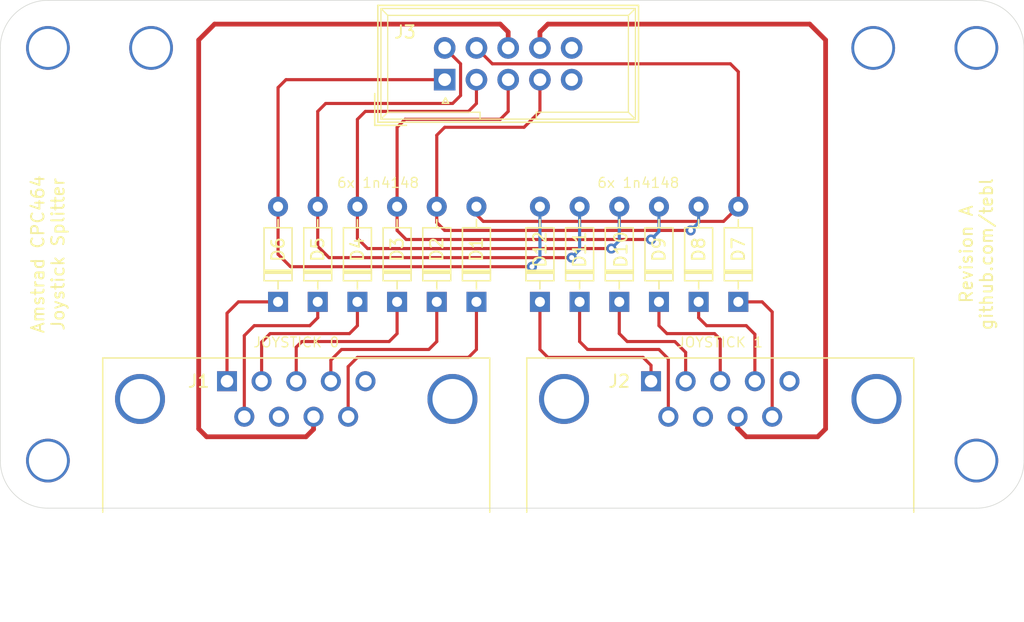
<source format=kicad_pcb>
(kicad_pcb (version 20171130) (host pcbnew "(5.1.8)-1")

  (general
    (thickness 1.6)
    (drawings 51)
    (tracks 137)
    (zones 0)
    (modules 21)
    (nets 33)
  )

  (page A4)
  (layers
    (0 F.Cu signal)
    (31 B.Cu signal)
    (32 B.Adhes user)
    (33 F.Adhes user)
    (34 B.Paste user)
    (35 F.Paste user)
    (36 B.SilkS user)
    (37 F.SilkS user)
    (38 B.Mask user)
    (39 F.Mask user)
    (40 Dwgs.User user)
    (41 Cmts.User user)
    (42 Eco1.User user)
    (43 Eco2.User user)
    (44 Edge.Cuts user)
    (45 Margin user)
    (46 B.CrtYd user)
    (47 F.CrtYd user)
    (48 B.Fab user)
    (49 F.Fab user)
  )

  (setup
    (last_trace_width 0.25)
    (trace_clearance 0.2)
    (zone_clearance 0.508)
    (zone_45_only no)
    (trace_min 0.2)
    (via_size 0.8)
    (via_drill 0.4)
    (via_min_size 0.4)
    (via_min_drill 0.3)
    (uvia_size 0.3)
    (uvia_drill 0.1)
    (uvias_allowed no)
    (uvia_min_size 0.2)
    (uvia_min_drill 0.1)
    (edge_width 0.05)
    (segment_width 0.2)
    (pcb_text_width 0.3)
    (pcb_text_size 1.5 1.5)
    (mod_edge_width 0.12)
    (mod_text_size 1 1)
    (mod_text_width 0.15)
    (pad_size 1.524 1.524)
    (pad_drill 0.762)
    (pad_to_mask_clearance 0)
    (aux_axis_origin 0 0)
    (visible_elements 7FFFFFFF)
    (pcbplotparams
      (layerselection 0x010fc_ffffffff)
      (usegerberextensions true)
      (usegerberattributes true)
      (usegerberadvancedattributes true)
      (creategerberjobfile true)
      (excludeedgelayer true)
      (linewidth 0.100000)
      (plotframeref false)
      (viasonmask false)
      (mode 1)
      (useauxorigin false)
      (hpglpennumber 1)
      (hpglpenspeed 20)
      (hpglpendiameter 15.000000)
      (psnegative false)
      (psa4output false)
      (plotreference true)
      (plotvalue true)
      (plotinvisibletext false)
      (padsonsilk false)
      (subtractmaskfromsilk false)
      (outputformat 1)
      (mirror false)
      (drillshape 0)
      (scaleselection 1)
      (outputdirectory "export/"))
  )

  (net 0 "")
  (net 1 /FIRE1)
  (net 2 /P0_FIRE2)
  (net 3 /P1_RIGHT)
  (net 4 /RIGHT)
  (net 5 /LEFT)
  (net 6 /P1_LEFT)
  (net 7 /DOWN)
  (net 8 /P1_DOWN)
  (net 9 /P0_FIRE1)
  (net 10 /FIRE2)
  (net 11 /UP)
  (net 12 /P1_UP)
  (net 13 /P1_FIRE2)
  (net 14 /P1_FIRE1)
  (net 15 "Net-(J1-Pad5)")
  (net 16 "Net-(J1-Pad7)")
  (net 17 /COM1)
  (net 18 /COM2)
  (net 19 "Net-(J2-Pad7)")
  (net 20 "Net-(J2-Pad5)")
  (net 21 "Net-(J3-Pad5)")
  (net 22 "Net-(J3-Pad10)")
  (net 23 "Net-(M1-Pad1)")
  (net 24 "Net-(M2-Pad1)")
  (net 25 "Net-(M3-Pad1)")
  (net 26 "Net-(M4-Pad1)")
  (net 27 /P0_RIGHT)
  (net 28 /P0_LEFT)
  (net 29 /P0_DOWN)
  (net 30 /P0_UP)
  (net 31 "Net-(M5-Pad1)")
  (net 32 "Net-(M6-Pad1)")

  (net_class Default "This is the default net class."
    (clearance 0.2)
    (trace_width 0.25)
    (via_dia 0.8)
    (via_drill 0.4)
    (uvia_dia 0.3)
    (uvia_drill 0.1)
    (add_net /DOWN)
    (add_net /FIRE1)
    (add_net /FIRE2)
    (add_net /LEFT)
    (add_net /P0_DOWN)
    (add_net /P0_FIRE1)
    (add_net /P0_FIRE2)
    (add_net /P0_LEFT)
    (add_net /P0_RIGHT)
    (add_net /P0_UP)
    (add_net /P1_DOWN)
    (add_net /P1_FIRE1)
    (add_net /P1_FIRE2)
    (add_net /P1_LEFT)
    (add_net /P1_RIGHT)
    (add_net /P1_UP)
    (add_net /RIGHT)
    (add_net /UP)
    (add_net "Net-(J1-Pad5)")
    (add_net "Net-(J1-Pad7)")
    (add_net "Net-(J2-Pad5)")
    (add_net "Net-(J2-Pad7)")
    (add_net "Net-(J3-Pad10)")
    (add_net "Net-(J3-Pad5)")
    (add_net "Net-(M1-Pad1)")
    (add_net "Net-(M2-Pad1)")
    (add_net "Net-(M3-Pad1)")
    (add_net "Net-(M4-Pad1)")
    (add_net "Net-(M5-Pad1)")
    (add_net "Net-(M6-Pad1)")
  )

  (net_class PWR ""
    (clearance 0.2)
    (trace_width 0.381)
    (via_dia 0.8)
    (via_drill 0.4)
    (uvia_dia 0.3)
    (uvia_drill 0.1)
    (add_net /COM1)
    (add_net /COM2)
  )

  (module RND:DSUB-9_Male_Horizontal_P2.77x2.84mm_EdgePinOffset7.70mm_Housed_MountingHolesOffset9.12mm (layer F.Cu) (tedit 5BCE4B38) (tstamp 5FFB97A3)
    (at 117.2 102.235)
    (descr "9-pin D-Sub connector, horizontal/angled (90 deg), THT-mount, male, pitch 2.77x2.84mm, pin-PCB-offset 7.699999999999999mm, distance of mounting holes 25mm, distance of mounting holes to PCB edge 9.12mm, see https://disti-assets.s3.amazonaws.com/tonar/files/datasheets/16730.pdf")
    (tags "9-pin D-Sub connector horizontal angled 90deg THT male pitch 2.77x2.84mm pin-PCB-offset 7.699999999999999mm mounting-holes-distance 25mm mounting-hole-offset 25mm")
    (path /5FFBB4AE)
    (fp_text reference J1 (at -2.265 0) (layer F.SilkS)
      (effects (font (size 1 1) (thickness 0.15)))
    )
    (fp_text value "Joystick 0" (at 5.54 18.44) (layer F.Fab)
      (effects (font (size 1 1) (thickness 0.15)))
    )
    (fp_line (start 21.5 -2.35) (end -10.4 -2.35) (layer F.CrtYd) (width 0.05))
    (fp_line (start 21.5 17.45) (end 21.5 -2.35) (layer F.CrtYd) (width 0.05))
    (fp_line (start -10.4 17.45) (end 21.5 17.45) (layer F.CrtYd) (width 0.05))
    (fp_line (start -10.4 -2.35) (end -10.4 17.45) (layer F.CrtYd) (width 0.05))
    (fp_line (start 21.025 -1.86) (end 21.025 10.48) (layer F.SilkS) (width 0.12))
    (fp_line (start -9.945 -1.86) (end 21.025 -1.86) (layer F.SilkS) (width 0.12))
    (fp_line (start -9.945 10.48) (end -9.945 -1.86) (layer F.SilkS) (width 0.12))
    (fp_line (start 19.64 10.54) (end 19.64 1.42) (layer F.Fab) (width 0.1))
    (fp_line (start 16.44 10.54) (end 16.44 1.42) (layer F.Fab) (width 0.1))
    (fp_line (start -5.36 10.54) (end -5.36 1.42) (layer F.Fab) (width 0.1))
    (fp_line (start -8.56 10.54) (end -8.56 1.42) (layer F.Fab) (width 0.1))
    (fp_line (start 20.54 10.94) (end 15.54 10.94) (layer F.Fab) (width 0.1))
    (fp_line (start 20.54 15.94) (end 20.54 10.94) (layer F.Fab) (width 0.1))
    (fp_line (start 15.54 15.94) (end 20.54 15.94) (layer F.Fab) (width 0.1))
    (fp_line (start 15.54 10.94) (end 15.54 15.94) (layer F.Fab) (width 0.1))
    (fp_line (start -4.46 10.94) (end -9.46 10.94) (layer F.Fab) (width 0.1))
    (fp_line (start -4.46 15.94) (end -4.46 10.94) (layer F.Fab) (width 0.1))
    (fp_line (start -9.46 15.94) (end -4.46 15.94) (layer F.Fab) (width 0.1))
    (fp_line (start -9.46 10.94) (end -9.46 15.94) (layer F.Fab) (width 0.1))
    (fp_line (start 13.69 10.94) (end -2.61 10.94) (layer F.Fab) (width 0.1))
    (fp_line (start 13.69 16.94) (end 13.69 10.94) (layer F.Fab) (width 0.1))
    (fp_line (start -2.61 16.94) (end 13.69 16.94) (layer F.Fab) (width 0.1))
    (fp_line (start -2.61 10.94) (end -2.61 16.94) (layer F.Fab) (width 0.1))
    (fp_line (start 20.965 10.54) (end -9.885 10.54) (layer F.Fab) (width 0.1))
    (fp_line (start 20.965 10.94) (end 20.965 10.54) (layer F.Fab) (width 0.1))
    (fp_line (start -9.885 10.94) (end 20.965 10.94) (layer F.Fab) (width 0.1))
    (fp_line (start -9.885 10.54) (end -9.885 10.94) (layer F.Fab) (width 0.1))
    (fp_line (start 20.965 -1.8) (end -9.885 -1.8) (layer F.Fab) (width 0.1))
    (fp_line (start 20.965 10.54) (end 20.965 -1.8) (layer F.Fab) (width 0.1))
    (fp_line (start -9.885 10.54) (end 20.965 10.54) (layer F.Fab) (width 0.1))
    (fp_line (start -9.885 -1.8) (end -9.885 10.54) (layer F.Fab) (width 0.1))
    (fp_arc (start -6.96 1.42) (end -8.56 1.42) (angle 180) (layer F.Fab) (width 0.1))
    (fp_arc (start 18.04 1.42) (end 16.44 1.42) (angle 180) (layer F.Fab) (width 0.1))
    (fp_text user %R (at 5.54 13.94) (layer F.Fab)
      (effects (font (size 1 1) (thickness 0.15)))
    )
    (pad 1 thru_hole rect (at 0 0) (size 1.6 1.6) (drill 1) (layers *.Cu *.Mask)
      (net 30 /P0_UP))
    (pad 2 thru_hole circle (at 2.77 0) (size 1.6 1.6) (drill 1) (layers *.Cu *.Mask)
      (net 29 /P0_DOWN))
    (pad 3 thru_hole circle (at 5.54 0) (size 1.6 1.6) (drill 1) (layers *.Cu *.Mask)
      (net 28 /P0_LEFT))
    (pad 4 thru_hole circle (at 8.31 0) (size 1.6 1.6) (drill 1) (layers *.Cu *.Mask)
      (net 27 /P0_RIGHT))
    (pad 5 thru_hole circle (at 11.08 0) (size 1.6 1.6) (drill 1) (layers *.Cu *.Mask)
      (net 15 "Net-(J1-Pad5)"))
    (pad 6 thru_hole circle (at 1.385 2.84) (size 1.6 1.6) (drill 1) (layers *.Cu *.Mask)
      (net 9 /P0_FIRE1))
    (pad 7 thru_hole circle (at 4.155 2.84) (size 1.6 1.6) (drill 1) (layers *.Cu *.Mask)
      (net 16 "Net-(J1-Pad7)"))
    (pad 8 thru_hole circle (at 6.925 2.84) (size 1.6 1.6) (drill 1) (layers *.Cu *.Mask)
      (net 17 /COM1))
    (pad 9 thru_hole circle (at 9.695 2.84) (size 1.6 1.6) (drill 1) (layers *.Cu *.Mask)
      (net 2 /P0_FIRE2))
    (pad 0 thru_hole circle (at -6.96 1.42) (size 4 4) (drill 3.2) (layers *.Cu *.Mask))
    (pad 0 thru_hole circle (at 18.04 1.42) (size 4 4) (drill 3.2) (layers *.Cu *.Mask))
    (model ${KISYS3DMOD}/Connector_Dsub.3dshapes/DSUB-9_Male_Horizontal_P2.77x2.84mm_EdgePinOffset7.70mm_Housed_MountingHolesOffset9.12mm.wrl
      (at (xyz 0 0 0))
      (scale (xyz 1 1 1))
      (rotate (xyz 0 0 0))
    )
  )

  (module RND:DSUB-9_Male_Horizontal_P2.77x2.84mm_EdgePinOffset7.70mm_Housed_MountingHolesOffset9.12mm (layer F.Cu) (tedit 5BCE4B38) (tstamp 5FFB8D88)
    (at 151.13 102.235)
    (descr "9-pin D-Sub connector, horizontal/angled (90 deg), THT-mount, male, pitch 2.77x2.84mm, pin-PCB-offset 7.699999999999999mm, distance of mounting holes 25mm, distance of mounting holes to PCB edge 9.12mm, see https://disti-assets.s3.amazonaws.com/tonar/files/datasheets/16730.pdf")
    (tags "9-pin D-Sub connector horizontal angled 90deg THT male pitch 2.77x2.84mm pin-PCB-offset 7.699999999999999mm mounting-holes-distance 25mm mounting-hole-offset 25mm")
    (path /5FFBE15A)
    (fp_text reference J2 (at -2.54 0) (layer F.SilkS)
      (effects (font (size 1 1) (thickness 0.15)))
    )
    (fp_text value "Joystick 1" (at 5.54 18.44) (layer F.Fab)
      (effects (font (size 1 1) (thickness 0.15)))
    )
    (fp_line (start -9.885 -1.8) (end -9.885 10.54) (layer F.Fab) (width 0.1))
    (fp_line (start -9.885 10.54) (end 20.965 10.54) (layer F.Fab) (width 0.1))
    (fp_line (start 20.965 10.54) (end 20.965 -1.8) (layer F.Fab) (width 0.1))
    (fp_line (start 20.965 -1.8) (end -9.885 -1.8) (layer F.Fab) (width 0.1))
    (fp_line (start -9.885 10.54) (end -9.885 10.94) (layer F.Fab) (width 0.1))
    (fp_line (start -9.885 10.94) (end 20.965 10.94) (layer F.Fab) (width 0.1))
    (fp_line (start 20.965 10.94) (end 20.965 10.54) (layer F.Fab) (width 0.1))
    (fp_line (start 20.965 10.54) (end -9.885 10.54) (layer F.Fab) (width 0.1))
    (fp_line (start -2.61 10.94) (end -2.61 16.94) (layer F.Fab) (width 0.1))
    (fp_line (start -2.61 16.94) (end 13.69 16.94) (layer F.Fab) (width 0.1))
    (fp_line (start 13.69 16.94) (end 13.69 10.94) (layer F.Fab) (width 0.1))
    (fp_line (start 13.69 10.94) (end -2.61 10.94) (layer F.Fab) (width 0.1))
    (fp_line (start -9.46 10.94) (end -9.46 15.94) (layer F.Fab) (width 0.1))
    (fp_line (start -9.46 15.94) (end -4.46 15.94) (layer F.Fab) (width 0.1))
    (fp_line (start -4.46 15.94) (end -4.46 10.94) (layer F.Fab) (width 0.1))
    (fp_line (start -4.46 10.94) (end -9.46 10.94) (layer F.Fab) (width 0.1))
    (fp_line (start 15.54 10.94) (end 15.54 15.94) (layer F.Fab) (width 0.1))
    (fp_line (start 15.54 15.94) (end 20.54 15.94) (layer F.Fab) (width 0.1))
    (fp_line (start 20.54 15.94) (end 20.54 10.94) (layer F.Fab) (width 0.1))
    (fp_line (start 20.54 10.94) (end 15.54 10.94) (layer F.Fab) (width 0.1))
    (fp_line (start -8.56 10.54) (end -8.56 1.42) (layer F.Fab) (width 0.1))
    (fp_line (start -5.36 10.54) (end -5.36 1.42) (layer F.Fab) (width 0.1))
    (fp_line (start 16.44 10.54) (end 16.44 1.42) (layer F.Fab) (width 0.1))
    (fp_line (start 19.64 10.54) (end 19.64 1.42) (layer F.Fab) (width 0.1))
    (fp_line (start -9.945 10.48) (end -9.945 -1.86) (layer F.SilkS) (width 0.12))
    (fp_line (start -9.945 -1.86) (end 21.025 -1.86) (layer F.SilkS) (width 0.12))
    (fp_line (start 21.025 -1.86) (end 21.025 10.48) (layer F.SilkS) (width 0.12))
    (fp_line (start -10.4 -2.35) (end -10.4 17.45) (layer F.CrtYd) (width 0.05))
    (fp_line (start -10.4 17.45) (end 21.5 17.45) (layer F.CrtYd) (width 0.05))
    (fp_line (start 21.5 17.45) (end 21.5 -2.35) (layer F.CrtYd) (width 0.05))
    (fp_line (start 21.5 -2.35) (end -10.4 -2.35) (layer F.CrtYd) (width 0.05))
    (fp_text user %R (at 5.54 13.94) (layer F.Fab)
      (effects (font (size 1 1) (thickness 0.15)))
    )
    (fp_arc (start 18.04 1.42) (end 16.44 1.42) (angle 180) (layer F.Fab) (width 0.1))
    (fp_arc (start -6.96 1.42) (end -8.56 1.42) (angle 180) (layer F.Fab) (width 0.1))
    (pad 0 thru_hole circle (at 18.04 1.42) (size 4 4) (drill 3.2) (layers *.Cu *.Mask))
    (pad 0 thru_hole circle (at -6.96 1.42) (size 4 4) (drill 3.2) (layers *.Cu *.Mask))
    (pad 9 thru_hole circle (at 9.695 2.84) (size 1.6 1.6) (drill 1) (layers *.Cu *.Mask)
      (net 13 /P1_FIRE2))
    (pad 8 thru_hole circle (at 6.925 2.84) (size 1.6 1.6) (drill 1) (layers *.Cu *.Mask)
      (net 18 /COM2))
    (pad 7 thru_hole circle (at 4.155 2.84) (size 1.6 1.6) (drill 1) (layers *.Cu *.Mask)
      (net 19 "Net-(J2-Pad7)"))
    (pad 6 thru_hole circle (at 1.385 2.84) (size 1.6 1.6) (drill 1) (layers *.Cu *.Mask)
      (net 14 /P1_FIRE1))
    (pad 5 thru_hole circle (at 11.08 0) (size 1.6 1.6) (drill 1) (layers *.Cu *.Mask)
      (net 20 "Net-(J2-Pad5)"))
    (pad 4 thru_hole circle (at 8.31 0) (size 1.6 1.6) (drill 1) (layers *.Cu *.Mask)
      (net 3 /P1_RIGHT))
    (pad 3 thru_hole circle (at 5.54 0) (size 1.6 1.6) (drill 1) (layers *.Cu *.Mask)
      (net 6 /P1_LEFT))
    (pad 2 thru_hole circle (at 2.77 0) (size 1.6 1.6) (drill 1) (layers *.Cu *.Mask)
      (net 8 /P1_DOWN))
    (pad 1 thru_hole rect (at 0 0) (size 1.6 1.6) (drill 1) (layers *.Cu *.Mask)
      (net 12 /P1_UP))
    (model ${KISYS3DMOD}/Connector_Dsub.3dshapes/DSUB-9_Male_Horizontal_P2.77x2.84mm_EdgePinOffset7.70mm_Housed_MountingHolesOffset9.12mm.wrl
      (at (xyz 0 0 0))
      (scale (xyz 1 1 1))
      (rotate (xyz 0 0 0))
    )
  )

  (module IDC_Joystick:IDC_Joystick (layer F.Cu) (tedit 5FD29ED6) (tstamp 5FFB9DF8)
    (at 134.62 78.105 90)
    (descr "Through hole straight IDC box header, 2x05, 2.54mm pitch, double rows")
    (tags "Through hole IDC box header THT 2x05 2.54mm double row")
    (path /5FFC3107)
    (fp_text reference J3 (at 3.81 -3.175 180) (layer F.SilkS)
      (effects (font (size 1 1) (thickness 0.15)))
    )
    (fp_text value "CPC IDC" (at 1.27 16.764 90) (layer F.Fab)
      (effects (font (size 1 1) (thickness 0.15)))
    )
    (fp_line (start -1.885438 0.3135) (end -1.885438 -0.1865) (layer F.SilkS) (width 0.12))
    (fp_line (start -1.885438 -0.1865) (end -1.452425 0.0635) (layer F.SilkS) (width 0.12))
    (fp_line (start -1.452425 0.0635) (end -1.885438 0.3135) (layer F.SilkS) (width 0.12))
    (fp_line (start -3.655 -5.6) (end -1.115 -5.6) (layer F.SilkS) (width 0.12))
    (fp_line (start -3.655 -5.6) (end -3.655 -3.06) (layer F.SilkS) (width 0.12))
    (fp_line (start -3.405 -5.35) (end 5.945 -5.35) (layer F.SilkS) (width 0.12))
    (fp_line (start -3.405 15.51) (end -3.405 -5.35) (layer F.SilkS) (width 0.12))
    (fp_line (start 5.945 15.51) (end -3.405 15.51) (layer F.SilkS) (width 0.12))
    (fp_line (start 5.945 -5.35) (end 5.945 15.51) (layer F.SilkS) (width 0.12))
    (fp_line (start -3.41 -5.35) (end 5.95 -5.35) (layer F.CrtYd) (width 0.05))
    (fp_line (start -3.41 15.51) (end -3.41 -5.35) (layer F.CrtYd) (width 0.05))
    (fp_line (start 5.95 15.51) (end -3.41 15.51) (layer F.CrtYd) (width 0.05))
    (fp_line (start 5.95 -5.35) (end 5.95 15.51) (layer F.CrtYd) (width 0.05))
    (fp_line (start -3.155 15.26) (end -2.605 14.7) (layer F.SilkS) (width 0.1))
    (fp_line (start -3.155 -5.1) (end -2.605 -4.56) (layer F.SilkS) (width 0.1))
    (fp_line (start 5.695 15.26) (end 5.145 14.7) (layer F.SilkS) (width 0.1))
    (fp_line (start 5.695 -5.1) (end 5.145 -4.56) (layer F.SilkS) (width 0.1))
    (fp_line (start 5.145 14.7) (end -2.605 14.7) (layer F.SilkS) (width 0.1))
    (fp_line (start 5.695 15.26) (end -3.155 15.26) (layer F.SilkS) (width 0.1))
    (fp_line (start 5.145 -4.56) (end -2.605 -4.56) (layer F.SilkS) (width 0.1))
    (fp_line (start 5.695 -5.1) (end -3.155 -5.1) (layer F.SilkS) (width 0.1))
    (fp_line (start -2.605 7.33) (end -3.155 7.33) (layer F.SilkS) (width 0.1))
    (fp_line (start -2.605 2.83) (end -3.155 2.83) (layer F.SilkS) (width 0.1))
    (fp_line (start -2.605 7.33) (end -2.605 14.7) (layer F.SilkS) (width 0.1))
    (fp_line (start -2.605 -4.56) (end -2.605 2.83) (layer F.SilkS) (width 0.1))
    (fp_line (start -3.155 -5.1) (end -3.155 15.26) (layer F.SilkS) (width 0.1))
    (fp_line (start 5.145 -4.56) (end 5.145 14.7) (layer F.SilkS) (width 0.1))
    (fp_line (start 5.695 -5.1) (end 5.695 15.26) (layer F.SilkS) (width 0.1))
    (fp_text user %R (at 1.27 5.08 90) (layer F.Fab)
      (effects (font (size 1 1) (thickness 0.15)))
    )
    (pad 1 thru_hole rect (at 0 0 90) (size 1.7272 1.7272) (drill 1.016) (layers *.Cu *.Mask)
      (net 11 /UP))
    (pad 2 thru_hole oval (at 0 2.54 90) (size 1.7272 1.7272) (drill 1.016) (layers *.Cu *.Mask)
      (net 7 /DOWN))
    (pad 3 thru_hole oval (at 0 5.08 90) (size 1.7272 1.7272) (drill 1.016) (layers *.Cu *.Mask)
      (net 5 /LEFT))
    (pad 4 thru_hole oval (at 0 7.62 90) (size 1.7272 1.7272) (drill 1.016) (layers *.Cu *.Mask)
      (net 4 /RIGHT))
    (pad 5 thru_hole oval (at 0 10.16 90) (size 1.7272 1.7272) (drill 1.016) (layers *.Cu *.Mask)
      (net 21 "Net-(J3-Pad5)"))
    (pad 6 thru_hole oval (at 2.54 0 90) (size 1.7272 1.7272) (drill 1.016) (layers *.Cu *.Mask)
      (net 10 /FIRE2))
    (pad 7 thru_hole oval (at 2.54 2.54 90) (size 1.7272 1.7272) (drill 1.016) (layers *.Cu *.Mask)
      (net 1 /FIRE1))
    (pad 8 thru_hole oval (at 2.54 5.08 90) (size 1.7272 1.7272) (drill 1.016) (layers *.Cu *.Mask)
      (net 17 /COM1))
    (pad 9 thru_hole oval (at 2.54 7.62 90) (size 1.7272 1.7272) (drill 1.016) (layers *.Cu *.Mask)
      (net 18 /COM2))
    (pad 10 thru_hole oval (at 2.54 10.16 90) (size 1.7272 1.7272) (drill 1.016) (layers *.Cu *.Mask)
      (net 22 "Net-(J3-Pad10)"))
    (model ${KISYS3DMOD}/Connector_IDC.3dshapes/IDC-Header_2x05_P2.54mm_Vertical.wrl
      (at (xyz 0 0 0))
      (scale (xyz 1 1 1))
      (rotate (xyz 0 0 0))
    )
  )

  (module mounting:M3_pin (layer F.Cu) (tedit 5F76331A) (tstamp 5FFB8DBA)
    (at 102.87 108.585)
    (descr "module 1 pin (ou trou mecanique de percage)")
    (tags DEV)
    (path /6002CE00)
    (fp_text reference M1 (at 0 -3.048) (layer F.Fab) hide
      (effects (font (size 1 1) (thickness 0.15)))
    )
    (fp_text value Mounting (at 0 3) (layer F.Fab) hide
      (effects (font (size 1 1) (thickness 0.15)))
    )
    (fp_circle (center 0 0) (end 2.6 0) (layer F.CrtYd) (width 0.05))
    (fp_circle (center 0 0) (end 2 0.8) (layer F.Fab) (width 0.1))
    (pad 1 thru_hole circle (at 0 0) (size 3.5 3.5) (drill 3.048) (layers *.Cu *.Mask)
      (net 23 "Net-(M1-Pad1)") (solder_mask_margin 0.8))
  )

  (module mounting:M3_pin (layer F.Cu) (tedit 5F76331A) (tstamp 5FFB8DC1)
    (at 177.165 75.565)
    (descr "module 1 pin (ou trou mecanique de percage)")
    (tags DEV)
    (path /6002E2AC)
    (fp_text reference M2 (at 0 -3.048) (layer F.Fab) hide
      (effects (font (size 1 1) (thickness 0.15)))
    )
    (fp_text value Mounting (at 0 3) (layer F.Fab) hide
      (effects (font (size 1 1) (thickness 0.15)))
    )
    (fp_circle (center 0 0) (end 2 0.8) (layer F.Fab) (width 0.1))
    (fp_circle (center 0 0) (end 2.6 0) (layer F.CrtYd) (width 0.05))
    (pad 1 thru_hole circle (at 0 0) (size 3.5 3.5) (drill 3.048) (layers *.Cu *.Mask)
      (net 24 "Net-(M2-Pad1)") (solder_mask_margin 0.8))
  )

  (module mounting:M3_pin (layer F.Cu) (tedit 5F76331A) (tstamp 5FFB8DC8)
    (at 102.87 75.565)
    (descr "module 1 pin (ou trou mecanique de percage)")
    (tags DEV)
    (path /6002E709)
    (fp_text reference M3 (at 0 -3.048) (layer F.Fab) hide
      (effects (font (size 1 1) (thickness 0.15)))
    )
    (fp_text value Mounting (at 0 3) (layer F.Fab) hide
      (effects (font (size 1 1) (thickness 0.15)))
    )
    (fp_circle (center 0 0) (end 2.6 0) (layer F.CrtYd) (width 0.05))
    (fp_circle (center 0 0) (end 2 0.8) (layer F.Fab) (width 0.1))
    (pad 1 thru_hole circle (at 0 0) (size 3.5 3.5) (drill 3.048) (layers *.Cu *.Mask)
      (net 25 "Net-(M3-Pad1)") (solder_mask_margin 0.8))
  )

  (module mounting:M3_pin (layer F.Cu) (tedit 5F76331A) (tstamp 5FFB8DCF)
    (at 177.165 108.585)
    (descr "module 1 pin (ou trou mecanique de percage)")
    (tags DEV)
    (path /6002EC01)
    (fp_text reference M4 (at 0 -3.048) (layer F.Fab) hide
      (effects (font (size 1 1) (thickness 0.15)))
    )
    (fp_text value Mounting (at 0 3) (layer F.Fab) hide
      (effects (font (size 1 1) (thickness 0.15)))
    )
    (fp_circle (center 0 0) (end 2 0.8) (layer F.Fab) (width 0.1))
    (fp_circle (center 0 0) (end 2.6 0) (layer F.CrtYd) (width 0.05))
    (pad 1 thru_hole circle (at 0 0) (size 3.5 3.5) (drill 3.048) (layers *.Cu *.Mask)
      (net 26 "Net-(M4-Pad1)") (solder_mask_margin 0.8))
  )

  (module Diode_THT:D_DO-35_SOD27_P7.62mm_Horizontal (layer F.Cu) (tedit 5AE50CD5) (tstamp 5FFBA753)
    (at 137.16 95.885 90)
    (descr "Diode, DO-35_SOD27 series, Axial, Horizontal, pin pitch=7.62mm, , length*diameter=4*2mm^2, , http://www.diodes.com/_files/packages/DO-35.pdf")
    (tags "Diode DO-35_SOD27 series Axial Horizontal pin pitch 7.62mm  length 4mm diameter 2mm")
    (path /5FFBEA75)
    (fp_text reference D1 (at 4.191 0 90) (layer F.SilkS)
      (effects (font (size 1 1) (thickness 0.15)))
    )
    (fp_text value 1n4148 (at 3.81 2.12 90) (layer F.Fab)
      (effects (font (size 1 1) (thickness 0.15)))
    )
    (fp_line (start 1.81 -1) (end 1.81 1) (layer F.Fab) (width 0.1))
    (fp_line (start 1.81 1) (end 5.81 1) (layer F.Fab) (width 0.1))
    (fp_line (start 5.81 1) (end 5.81 -1) (layer F.Fab) (width 0.1))
    (fp_line (start 5.81 -1) (end 1.81 -1) (layer F.Fab) (width 0.1))
    (fp_line (start 0 0) (end 1.81 0) (layer F.Fab) (width 0.1))
    (fp_line (start 7.62 0) (end 5.81 0) (layer F.Fab) (width 0.1))
    (fp_line (start 2.41 -1) (end 2.41 1) (layer F.Fab) (width 0.1))
    (fp_line (start 2.51 -1) (end 2.51 1) (layer F.Fab) (width 0.1))
    (fp_line (start 2.31 -1) (end 2.31 1) (layer F.Fab) (width 0.1))
    (fp_line (start 1.69 -1.12) (end 1.69 1.12) (layer F.SilkS) (width 0.12))
    (fp_line (start 1.69 1.12) (end 5.93 1.12) (layer F.SilkS) (width 0.12))
    (fp_line (start 5.93 1.12) (end 5.93 -1.12) (layer F.SilkS) (width 0.12))
    (fp_line (start 5.93 -1.12) (end 1.69 -1.12) (layer F.SilkS) (width 0.12))
    (fp_line (start 1.04 0) (end 1.69 0) (layer F.SilkS) (width 0.12))
    (fp_line (start 6.58 0) (end 5.93 0) (layer F.SilkS) (width 0.12))
    (fp_line (start 2.41 -1.12) (end 2.41 1.12) (layer F.SilkS) (width 0.12))
    (fp_line (start 2.53 -1.12) (end 2.53 1.12) (layer F.SilkS) (width 0.12))
    (fp_line (start 2.29 -1.12) (end 2.29 1.12) (layer F.SilkS) (width 0.12))
    (fp_line (start -1.05 -1.25) (end -1.05 1.25) (layer F.CrtYd) (width 0.05))
    (fp_line (start -1.05 1.25) (end 8.67 1.25) (layer F.CrtYd) (width 0.05))
    (fp_line (start 8.67 1.25) (end 8.67 -1.25) (layer F.CrtYd) (width 0.05))
    (fp_line (start 8.67 -1.25) (end -1.05 -1.25) (layer F.CrtYd) (width 0.05))
    (fp_text user K (at -1.905 0 90) (layer F.SilkS) hide
      (effects (font (size 1 1) (thickness 0.15)))
    )
    (fp_text user K (at -1.905 0 90) (layer F.Fab)
      (effects (font (size 1 1) (thickness 0.15)))
    )
    (fp_text user %R (at 4.11 0 90) (layer F.Fab)
      (effects (font (size 0.8 0.8) (thickness 0.12)))
    )
    (pad 2 thru_hole oval (at 7.62 0 90) (size 1.6 1.6) (drill 0.8) (layers *.Cu *.Mask)
      (net 1 /FIRE1))
    (pad 1 thru_hole rect (at 0 0 90) (size 1.6 1.6) (drill 0.8) (layers *.Cu *.Mask)
      (net 2 /P0_FIRE2))
    (model ${KISYS3DMOD}/Diode_THT.3dshapes/D_DO-35_SOD27_P7.62mm_Horizontal.wrl
      (at (xyz 0 0 0))
      (scale (xyz 1 1 1))
      (rotate (xyz 0 0 0))
    )
  )

  (module Diode_THT:D_DO-35_SOD27_P7.62mm_Horizontal (layer F.Cu) (tedit 5AE50CD5) (tstamp 5FFBA771)
    (at 133.985 95.885 90)
    (descr "Diode, DO-35_SOD27 series, Axial, Horizontal, pin pitch=7.62mm, , length*diameter=4*2mm^2, , http://www.diodes.com/_files/packages/DO-35.pdf")
    (tags "Diode DO-35_SOD27 series Axial Horizontal pin pitch 7.62mm  length 4mm diameter 2mm")
    (path /5FFBAC46)
    (fp_text reference D2 (at 4.191 0 90) (layer F.SilkS)
      (effects (font (size 1 1) (thickness 0.15)))
    )
    (fp_text value 1n4148 (at 3.81 2.12 90) (layer F.Fab)
      (effects (font (size 1 1) (thickness 0.15)))
    )
    (fp_line (start 8.67 -1.25) (end -1.05 -1.25) (layer F.CrtYd) (width 0.05))
    (fp_line (start 8.67 1.25) (end 8.67 -1.25) (layer F.CrtYd) (width 0.05))
    (fp_line (start -1.05 1.25) (end 8.67 1.25) (layer F.CrtYd) (width 0.05))
    (fp_line (start -1.05 -1.25) (end -1.05 1.25) (layer F.CrtYd) (width 0.05))
    (fp_line (start 2.29 -1.12) (end 2.29 1.12) (layer F.SilkS) (width 0.12))
    (fp_line (start 2.53 -1.12) (end 2.53 1.12) (layer F.SilkS) (width 0.12))
    (fp_line (start 2.41 -1.12) (end 2.41 1.12) (layer F.SilkS) (width 0.12))
    (fp_line (start 6.58 0) (end 5.93 0) (layer F.SilkS) (width 0.12))
    (fp_line (start 1.04 0) (end 1.69 0) (layer F.SilkS) (width 0.12))
    (fp_line (start 5.93 -1.12) (end 1.69 -1.12) (layer F.SilkS) (width 0.12))
    (fp_line (start 5.93 1.12) (end 5.93 -1.12) (layer F.SilkS) (width 0.12))
    (fp_line (start 1.69 1.12) (end 5.93 1.12) (layer F.SilkS) (width 0.12))
    (fp_line (start 1.69 -1.12) (end 1.69 1.12) (layer F.SilkS) (width 0.12))
    (fp_line (start 2.31 -1) (end 2.31 1) (layer F.Fab) (width 0.1))
    (fp_line (start 2.51 -1) (end 2.51 1) (layer F.Fab) (width 0.1))
    (fp_line (start 2.41 -1) (end 2.41 1) (layer F.Fab) (width 0.1))
    (fp_line (start 7.62 0) (end 5.81 0) (layer F.Fab) (width 0.1))
    (fp_line (start 0 0) (end 1.81 0) (layer F.Fab) (width 0.1))
    (fp_line (start 5.81 -1) (end 1.81 -1) (layer F.Fab) (width 0.1))
    (fp_line (start 5.81 1) (end 5.81 -1) (layer F.Fab) (width 0.1))
    (fp_line (start 1.81 1) (end 5.81 1) (layer F.Fab) (width 0.1))
    (fp_line (start 1.81 -1) (end 1.81 1) (layer F.Fab) (width 0.1))
    (fp_text user %R (at 4.11 0 90) (layer F.Fab)
      (effects (font (size 0.8 0.8) (thickness 0.12)))
    )
    (fp_text user K (at -1.905 0 90) (layer F.Fab)
      (effects (font (size 1 1) (thickness 0.15)))
    )
    (fp_text user K (at -1.905 0 90) (layer F.SilkS) hide
      (effects (font (size 1 1) (thickness 0.15)))
    )
    (pad 1 thru_hole rect (at 0 0 90) (size 1.6 1.6) (drill 0.8) (layers *.Cu *.Mask)
      (net 27 /P0_RIGHT))
    (pad 2 thru_hole oval (at 7.62 0 90) (size 1.6 1.6) (drill 0.8) (layers *.Cu *.Mask)
      (net 4 /RIGHT))
    (model ${KISYS3DMOD}/Diode_THT.3dshapes/D_DO-35_SOD27_P7.62mm_Horizontal.wrl
      (at (xyz 0 0 0))
      (scale (xyz 1 1 1))
      (rotate (xyz 0 0 0))
    )
  )

  (module Diode_THT:D_DO-35_SOD27_P7.62mm_Horizontal (layer F.Cu) (tedit 5AE50CD5) (tstamp 5FFBA78F)
    (at 130.81 95.885 90)
    (descr "Diode, DO-35_SOD27 series, Axial, Horizontal, pin pitch=7.62mm, , length*diameter=4*2mm^2, , http://www.diodes.com/_files/packages/DO-35.pdf")
    (tags "Diode DO-35_SOD27 series Axial Horizontal pin pitch 7.62mm  length 4mm diameter 2mm")
    (path /5FFB7490)
    (fp_text reference D3 (at 4.191 0 90) (layer F.SilkS)
      (effects (font (size 1 1) (thickness 0.15)))
    )
    (fp_text value 1n4148 (at 3.81 2.12 90) (layer F.Fab)
      (effects (font (size 1 1) (thickness 0.15)))
    )
    (fp_line (start 1.81 -1) (end 1.81 1) (layer F.Fab) (width 0.1))
    (fp_line (start 1.81 1) (end 5.81 1) (layer F.Fab) (width 0.1))
    (fp_line (start 5.81 1) (end 5.81 -1) (layer F.Fab) (width 0.1))
    (fp_line (start 5.81 -1) (end 1.81 -1) (layer F.Fab) (width 0.1))
    (fp_line (start 0 0) (end 1.81 0) (layer F.Fab) (width 0.1))
    (fp_line (start 7.62 0) (end 5.81 0) (layer F.Fab) (width 0.1))
    (fp_line (start 2.41 -1) (end 2.41 1) (layer F.Fab) (width 0.1))
    (fp_line (start 2.51 -1) (end 2.51 1) (layer F.Fab) (width 0.1))
    (fp_line (start 2.31 -1) (end 2.31 1) (layer F.Fab) (width 0.1))
    (fp_line (start 1.69 -1.12) (end 1.69 1.12) (layer F.SilkS) (width 0.12))
    (fp_line (start 1.69 1.12) (end 5.93 1.12) (layer F.SilkS) (width 0.12))
    (fp_line (start 5.93 1.12) (end 5.93 -1.12) (layer F.SilkS) (width 0.12))
    (fp_line (start 5.93 -1.12) (end 1.69 -1.12) (layer F.SilkS) (width 0.12))
    (fp_line (start 1.04 0) (end 1.69 0) (layer F.SilkS) (width 0.12))
    (fp_line (start 6.58 0) (end 5.93 0) (layer F.SilkS) (width 0.12))
    (fp_line (start 2.41 -1.12) (end 2.41 1.12) (layer F.SilkS) (width 0.12))
    (fp_line (start 2.53 -1.12) (end 2.53 1.12) (layer F.SilkS) (width 0.12))
    (fp_line (start 2.29 -1.12) (end 2.29 1.12) (layer F.SilkS) (width 0.12))
    (fp_line (start -1.05 -1.25) (end -1.05 1.25) (layer F.CrtYd) (width 0.05))
    (fp_line (start -1.05 1.25) (end 8.67 1.25) (layer F.CrtYd) (width 0.05))
    (fp_line (start 8.67 1.25) (end 8.67 -1.25) (layer F.CrtYd) (width 0.05))
    (fp_line (start 8.67 -1.25) (end -1.05 -1.25) (layer F.CrtYd) (width 0.05))
    (fp_text user K (at -1.905 0 90) (layer F.SilkS) hide
      (effects (font (size 1 1) (thickness 0.15)))
    )
    (fp_text user K (at -1.905 0 90) (layer F.Fab)
      (effects (font (size 1 1) (thickness 0.15)))
    )
    (fp_text user %R (at 4.11 0 90) (layer F.Fab)
      (effects (font (size 0.8 0.8) (thickness 0.12)))
    )
    (pad 2 thru_hole oval (at 7.62 0 90) (size 1.6 1.6) (drill 0.8) (layers *.Cu *.Mask)
      (net 5 /LEFT))
    (pad 1 thru_hole rect (at 0 0 90) (size 1.6 1.6) (drill 0.8) (layers *.Cu *.Mask)
      (net 28 /P0_LEFT))
    (model ${KISYS3DMOD}/Diode_THT.3dshapes/D_DO-35_SOD27_P7.62mm_Horizontal.wrl
      (at (xyz 0 0 0))
      (scale (xyz 1 1 1))
      (rotate (xyz 0 0 0))
    )
  )

  (module Diode_THT:D_DO-35_SOD27_P7.62mm_Horizontal (layer F.Cu) (tedit 5AE50CD5) (tstamp 5FFBA7AD)
    (at 127.635 95.885 90)
    (descr "Diode, DO-35_SOD27 series, Axial, Horizontal, pin pitch=7.62mm, , length*diameter=4*2mm^2, , http://www.diodes.com/_files/packages/DO-35.pdf")
    (tags "Diode DO-35_SOD27 series Axial Horizontal pin pitch 7.62mm  length 4mm diameter 2mm")
    (path /5FFB9724)
    (fp_text reference D4 (at 4.191 0 90) (layer F.SilkS)
      (effects (font (size 1 1) (thickness 0.15)))
    )
    (fp_text value 1n4148 (at 3.81 2.12 90) (layer F.Fab)
      (effects (font (size 1 1) (thickness 0.15)))
    )
    (fp_line (start 1.81 -1) (end 1.81 1) (layer F.Fab) (width 0.1))
    (fp_line (start 1.81 1) (end 5.81 1) (layer F.Fab) (width 0.1))
    (fp_line (start 5.81 1) (end 5.81 -1) (layer F.Fab) (width 0.1))
    (fp_line (start 5.81 -1) (end 1.81 -1) (layer F.Fab) (width 0.1))
    (fp_line (start 0 0) (end 1.81 0) (layer F.Fab) (width 0.1))
    (fp_line (start 7.62 0) (end 5.81 0) (layer F.Fab) (width 0.1))
    (fp_line (start 2.41 -1) (end 2.41 1) (layer F.Fab) (width 0.1))
    (fp_line (start 2.51 -1) (end 2.51 1) (layer F.Fab) (width 0.1))
    (fp_line (start 2.31 -1) (end 2.31 1) (layer F.Fab) (width 0.1))
    (fp_line (start 1.69 -1.12) (end 1.69 1.12) (layer F.SilkS) (width 0.12))
    (fp_line (start 1.69 1.12) (end 5.93 1.12) (layer F.SilkS) (width 0.12))
    (fp_line (start 5.93 1.12) (end 5.93 -1.12) (layer F.SilkS) (width 0.12))
    (fp_line (start 5.93 -1.12) (end 1.69 -1.12) (layer F.SilkS) (width 0.12))
    (fp_line (start 1.04 0) (end 1.69 0) (layer F.SilkS) (width 0.12))
    (fp_line (start 6.58 0) (end 5.93 0) (layer F.SilkS) (width 0.12))
    (fp_line (start 2.41 -1.12) (end 2.41 1.12) (layer F.SilkS) (width 0.12))
    (fp_line (start 2.53 -1.12) (end 2.53 1.12) (layer F.SilkS) (width 0.12))
    (fp_line (start 2.29 -1.12) (end 2.29 1.12) (layer F.SilkS) (width 0.12))
    (fp_line (start -1.05 -1.25) (end -1.05 1.25) (layer F.CrtYd) (width 0.05))
    (fp_line (start -1.05 1.25) (end 8.67 1.25) (layer F.CrtYd) (width 0.05))
    (fp_line (start 8.67 1.25) (end 8.67 -1.25) (layer F.CrtYd) (width 0.05))
    (fp_line (start 8.67 -1.25) (end -1.05 -1.25) (layer F.CrtYd) (width 0.05))
    (fp_text user K (at -1.905 0 90) (layer F.SilkS) hide
      (effects (font (size 1 1) (thickness 0.15)))
    )
    (fp_text user K (at -1.905 0 90) (layer F.Fab)
      (effects (font (size 1 1) (thickness 0.15)))
    )
    (fp_text user %R (at 4.11 0 90) (layer F.Fab)
      (effects (font (size 0.8 0.8) (thickness 0.12)))
    )
    (pad 2 thru_hole oval (at 7.62 0 90) (size 1.6 1.6) (drill 0.8) (layers *.Cu *.Mask)
      (net 7 /DOWN))
    (pad 1 thru_hole rect (at 0 0 90) (size 1.6 1.6) (drill 0.8) (layers *.Cu *.Mask)
      (net 29 /P0_DOWN))
    (model ${KISYS3DMOD}/Diode_THT.3dshapes/D_DO-35_SOD27_P7.62mm_Horizontal.wrl
      (at (xyz 0 0 0))
      (scale (xyz 1 1 1))
      (rotate (xyz 0 0 0))
    )
  )

  (module Diode_THT:D_DO-35_SOD27_P7.62mm_Horizontal (layer F.Cu) (tedit 5AE50CD5) (tstamp 5FFBA7CB)
    (at 124.46 95.885 90)
    (descr "Diode, DO-35_SOD27 series, Axial, Horizontal, pin pitch=7.62mm, , length*diameter=4*2mm^2, , http://www.diodes.com/_files/packages/DO-35.pdf")
    (tags "Diode DO-35_SOD27 series Axial Horizontal pin pitch 7.62mm  length 4mm diameter 2mm")
    (path /5FFB9BA9)
    (fp_text reference D5 (at 4.191 0 90) (layer F.SilkS)
      (effects (font (size 1 1) (thickness 0.15)))
    )
    (fp_text value 1n4148 (at 3.81 2.12 90) (layer F.Fab)
      (effects (font (size 1 1) (thickness 0.15)))
    )
    (fp_line (start 8.67 -1.25) (end -1.05 -1.25) (layer F.CrtYd) (width 0.05))
    (fp_line (start 8.67 1.25) (end 8.67 -1.25) (layer F.CrtYd) (width 0.05))
    (fp_line (start -1.05 1.25) (end 8.67 1.25) (layer F.CrtYd) (width 0.05))
    (fp_line (start -1.05 -1.25) (end -1.05 1.25) (layer F.CrtYd) (width 0.05))
    (fp_line (start 2.29 -1.12) (end 2.29 1.12) (layer F.SilkS) (width 0.12))
    (fp_line (start 2.53 -1.12) (end 2.53 1.12) (layer F.SilkS) (width 0.12))
    (fp_line (start 2.41 -1.12) (end 2.41 1.12) (layer F.SilkS) (width 0.12))
    (fp_line (start 6.58 0) (end 5.93 0) (layer F.SilkS) (width 0.12))
    (fp_line (start 1.04 0) (end 1.69 0) (layer F.SilkS) (width 0.12))
    (fp_line (start 5.93 -1.12) (end 1.69 -1.12) (layer F.SilkS) (width 0.12))
    (fp_line (start 5.93 1.12) (end 5.93 -1.12) (layer F.SilkS) (width 0.12))
    (fp_line (start 1.69 1.12) (end 5.93 1.12) (layer F.SilkS) (width 0.12))
    (fp_line (start 1.69 -1.12) (end 1.69 1.12) (layer F.SilkS) (width 0.12))
    (fp_line (start 2.31 -1) (end 2.31 1) (layer F.Fab) (width 0.1))
    (fp_line (start 2.51 -1) (end 2.51 1) (layer F.Fab) (width 0.1))
    (fp_line (start 2.41 -1) (end 2.41 1) (layer F.Fab) (width 0.1))
    (fp_line (start 7.62 0) (end 5.81 0) (layer F.Fab) (width 0.1))
    (fp_line (start 0 0) (end 1.81 0) (layer F.Fab) (width 0.1))
    (fp_line (start 5.81 -1) (end 1.81 -1) (layer F.Fab) (width 0.1))
    (fp_line (start 5.81 1) (end 5.81 -1) (layer F.Fab) (width 0.1))
    (fp_line (start 1.81 1) (end 5.81 1) (layer F.Fab) (width 0.1))
    (fp_line (start 1.81 -1) (end 1.81 1) (layer F.Fab) (width 0.1))
    (fp_text user %R (at 4.11 0 90) (layer F.Fab)
      (effects (font (size 0.8 0.8) (thickness 0.12)))
    )
    (fp_text user K (at -1.905 0 90) (layer F.Fab) hide
      (effects (font (size 1 1) (thickness 0.15)))
    )
    (fp_text user K (at -1.905 0 90) (layer F.SilkS) hide
      (effects (font (size 1 1) (thickness 0.15)))
    )
    (pad 1 thru_hole rect (at 0 0 90) (size 1.6 1.6) (drill 0.8) (layers *.Cu *.Mask)
      (net 9 /P0_FIRE1))
    (pad 2 thru_hole oval (at 7.62 0 90) (size 1.6 1.6) (drill 0.8) (layers *.Cu *.Mask)
      (net 10 /FIRE2))
    (model ${KISYS3DMOD}/Diode_THT.3dshapes/D_DO-35_SOD27_P7.62mm_Horizontal.wrl
      (at (xyz 0 0 0))
      (scale (xyz 1 1 1))
      (rotate (xyz 0 0 0))
    )
  )

  (module Diode_THT:D_DO-35_SOD27_P7.62mm_Horizontal (layer F.Cu) (tedit 5AE50CD5) (tstamp 5FFBA7E9)
    (at 121.285 95.885 90)
    (descr "Diode, DO-35_SOD27 series, Axial, Horizontal, pin pitch=7.62mm, , length*diameter=4*2mm^2, , http://www.diodes.com/_files/packages/DO-35.pdf")
    (tags "Diode DO-35_SOD27 series Axial Horizontal pin pitch 7.62mm  length 4mm diameter 2mm")
    (path /5FFB9EF9)
    (fp_text reference D6 (at 4.191 0 90) (layer F.SilkS)
      (effects (font (size 1 1) (thickness 0.15)))
    )
    (fp_text value 1n4148 (at 3.81 2.12 90) (layer F.Fab)
      (effects (font (size 1 1) (thickness 0.15)))
    )
    (fp_line (start 1.81 -1) (end 1.81 1) (layer F.Fab) (width 0.1))
    (fp_line (start 1.81 1) (end 5.81 1) (layer F.Fab) (width 0.1))
    (fp_line (start 5.81 1) (end 5.81 -1) (layer F.Fab) (width 0.1))
    (fp_line (start 5.81 -1) (end 1.81 -1) (layer F.Fab) (width 0.1))
    (fp_line (start 0 0) (end 1.81 0) (layer F.Fab) (width 0.1))
    (fp_line (start 7.62 0) (end 5.81 0) (layer F.Fab) (width 0.1))
    (fp_line (start 2.41 -1) (end 2.41 1) (layer F.Fab) (width 0.1))
    (fp_line (start 2.51 -1) (end 2.51 1) (layer F.Fab) (width 0.1))
    (fp_line (start 2.31 -1) (end 2.31 1) (layer F.Fab) (width 0.1))
    (fp_line (start 1.69 -1.12) (end 1.69 1.12) (layer F.SilkS) (width 0.12))
    (fp_line (start 1.69 1.12) (end 5.93 1.12) (layer F.SilkS) (width 0.12))
    (fp_line (start 5.93 1.12) (end 5.93 -1.12) (layer F.SilkS) (width 0.12))
    (fp_line (start 5.93 -1.12) (end 1.69 -1.12) (layer F.SilkS) (width 0.12))
    (fp_line (start 1.04 0) (end 1.69 0) (layer F.SilkS) (width 0.12))
    (fp_line (start 6.58 0) (end 5.93 0) (layer F.SilkS) (width 0.12))
    (fp_line (start 2.41 -1.12) (end 2.41 1.12) (layer F.SilkS) (width 0.12))
    (fp_line (start 2.53 -1.12) (end 2.53 1.12) (layer F.SilkS) (width 0.12))
    (fp_line (start 2.29 -1.12) (end 2.29 1.12) (layer F.SilkS) (width 0.12))
    (fp_line (start -1.05 -1.25) (end -1.05 1.25) (layer F.CrtYd) (width 0.05))
    (fp_line (start -1.05 1.25) (end 8.67 1.25) (layer F.CrtYd) (width 0.05))
    (fp_line (start 8.67 1.25) (end 8.67 -1.25) (layer F.CrtYd) (width 0.05))
    (fp_line (start 8.67 -1.25) (end -1.05 -1.25) (layer F.CrtYd) (width 0.05))
    (fp_text user K (at -1.905 0 90) (layer F.SilkS) hide
      (effects (font (size 1 1) (thickness 0.15)))
    )
    (fp_text user K (at -1.905 0 90) (layer F.Fab) hide
      (effects (font (size 1 1) (thickness 0.15)))
    )
    (fp_text user %R (at 4.11 0 90) (layer F.Fab)
      (effects (font (size 0.8 0.8) (thickness 0.12)))
    )
    (pad 2 thru_hole oval (at 7.62 0 90) (size 1.6 1.6) (drill 0.8) (layers *.Cu *.Mask)
      (net 11 /UP))
    (pad 1 thru_hole rect (at 0 0 90) (size 1.6 1.6) (drill 0.8) (layers *.Cu *.Mask)
      (net 30 /P0_UP))
    (model ${KISYS3DMOD}/Diode_THT.3dshapes/D_DO-35_SOD27_P7.62mm_Horizontal.wrl
      (at (xyz 0 0 0))
      (scale (xyz 1 1 1))
      (rotate (xyz 0 0 0))
    )
  )

  (module Diode_THT:D_DO-35_SOD27_P7.62mm_Horizontal (layer F.Cu) (tedit 5AE50CD5) (tstamp 5FFBA807)
    (at 158.115 95.885 90)
    (descr "Diode, DO-35_SOD27 series, Axial, Horizontal, pin pitch=7.62mm, , length*diameter=4*2mm^2, , http://www.diodes.com/_files/packages/DO-35.pdf")
    (tags "Diode DO-35_SOD27 series Axial Horizontal pin pitch 7.62mm  length 4mm diameter 2mm")
    (path /5FFC1010)
    (fp_text reference D7 (at 4.191 0 90) (layer F.SilkS)
      (effects (font (size 1 1) (thickness 0.15)))
    )
    (fp_text value 1n4148 (at 3.81 2.12 90) (layer F.Fab)
      (effects (font (size 1 1) (thickness 0.15)))
    )
    (fp_line (start 1.81 -1) (end 1.81 1) (layer F.Fab) (width 0.1))
    (fp_line (start 1.81 1) (end 5.81 1) (layer F.Fab) (width 0.1))
    (fp_line (start 5.81 1) (end 5.81 -1) (layer F.Fab) (width 0.1))
    (fp_line (start 5.81 -1) (end 1.81 -1) (layer F.Fab) (width 0.1))
    (fp_line (start 0 0) (end 1.81 0) (layer F.Fab) (width 0.1))
    (fp_line (start 7.62 0) (end 5.81 0) (layer F.Fab) (width 0.1))
    (fp_line (start 2.41 -1) (end 2.41 1) (layer F.Fab) (width 0.1))
    (fp_line (start 2.51 -1) (end 2.51 1) (layer F.Fab) (width 0.1))
    (fp_line (start 2.31 -1) (end 2.31 1) (layer F.Fab) (width 0.1))
    (fp_line (start 1.69 -1.12) (end 1.69 1.12) (layer F.SilkS) (width 0.12))
    (fp_line (start 1.69 1.12) (end 5.93 1.12) (layer F.SilkS) (width 0.12))
    (fp_line (start 5.93 1.12) (end 5.93 -1.12) (layer F.SilkS) (width 0.12))
    (fp_line (start 5.93 -1.12) (end 1.69 -1.12) (layer F.SilkS) (width 0.12))
    (fp_line (start 1.04 0) (end 1.69 0) (layer F.SilkS) (width 0.12))
    (fp_line (start 6.58 0) (end 5.93 0) (layer F.SilkS) (width 0.12))
    (fp_line (start 2.41 -1.12) (end 2.41 1.12) (layer F.SilkS) (width 0.12))
    (fp_line (start 2.53 -1.12) (end 2.53 1.12) (layer F.SilkS) (width 0.12))
    (fp_line (start 2.29 -1.12) (end 2.29 1.12) (layer F.SilkS) (width 0.12))
    (fp_line (start -1.05 -1.25) (end -1.05 1.25) (layer F.CrtYd) (width 0.05))
    (fp_line (start -1.05 1.25) (end 8.67 1.25) (layer F.CrtYd) (width 0.05))
    (fp_line (start 8.67 1.25) (end 8.67 -1.25) (layer F.CrtYd) (width 0.05))
    (fp_line (start 8.67 -1.25) (end -1.05 -1.25) (layer F.CrtYd) (width 0.05))
    (fp_text user K (at -1.905 0 90) (layer F.SilkS) hide
      (effects (font (size 1 1) (thickness 0.15)))
    )
    (fp_text user K (at -1.905 0 90) (layer F.Fab) hide
      (effects (font (size 1 1) (thickness 0.15)))
    )
    (fp_text user %R (at 4.11 0 90) (layer F.Fab)
      (effects (font (size 0.8 0.8) (thickness 0.12)))
    )
    (pad 2 thru_hole oval (at 7.62 0 90) (size 1.6 1.6) (drill 0.8) (layers *.Cu *.Mask)
      (net 1 /FIRE1))
    (pad 1 thru_hole rect (at 0 0 90) (size 1.6 1.6) (drill 0.8) (layers *.Cu *.Mask)
      (net 13 /P1_FIRE2))
    (model ${KISYS3DMOD}/Diode_THT.3dshapes/D_DO-35_SOD27_P7.62mm_Horizontal.wrl
      (at (xyz 0 0 0))
      (scale (xyz 1 1 1))
      (rotate (xyz 0 0 0))
    )
  )

  (module Diode_THT:D_DO-35_SOD27_P7.62mm_Horizontal (layer F.Cu) (tedit 5AE50CD5) (tstamp 5FFBA825)
    (at 154.94 95.885 90)
    (descr "Diode, DO-35_SOD27 series, Axial, Horizontal, pin pitch=7.62mm, , length*diameter=4*2mm^2, , http://www.diodes.com/_files/packages/DO-35.pdf")
    (tags "Diode DO-35_SOD27 series Axial Horizontal pin pitch 7.62mm  length 4mm diameter 2mm")
    (path /5FFC1009)
    (fp_text reference D8 (at 4.191 0 90) (layer F.SilkS)
      (effects (font (size 1 1) (thickness 0.15)))
    )
    (fp_text value 1n4148 (at 3.81 2.12 90) (layer F.Fab)
      (effects (font (size 1 1) (thickness 0.15)))
    )
    (fp_line (start 8.67 -1.25) (end -1.05 -1.25) (layer F.CrtYd) (width 0.05))
    (fp_line (start 8.67 1.25) (end 8.67 -1.25) (layer F.CrtYd) (width 0.05))
    (fp_line (start -1.05 1.25) (end 8.67 1.25) (layer F.CrtYd) (width 0.05))
    (fp_line (start -1.05 -1.25) (end -1.05 1.25) (layer F.CrtYd) (width 0.05))
    (fp_line (start 2.29 -1.12) (end 2.29 1.12) (layer F.SilkS) (width 0.12))
    (fp_line (start 2.53 -1.12) (end 2.53 1.12) (layer F.SilkS) (width 0.12))
    (fp_line (start 2.41 -1.12) (end 2.41 1.12) (layer F.SilkS) (width 0.12))
    (fp_line (start 6.58 0) (end 5.93 0) (layer F.SilkS) (width 0.12))
    (fp_line (start 1.04 0) (end 1.69 0) (layer F.SilkS) (width 0.12))
    (fp_line (start 5.93 -1.12) (end 1.69 -1.12) (layer F.SilkS) (width 0.12))
    (fp_line (start 5.93 1.12) (end 5.93 -1.12) (layer F.SilkS) (width 0.12))
    (fp_line (start 1.69 1.12) (end 5.93 1.12) (layer F.SilkS) (width 0.12))
    (fp_line (start 1.69 -1.12) (end 1.69 1.12) (layer F.SilkS) (width 0.12))
    (fp_line (start 2.31 -1) (end 2.31 1) (layer F.Fab) (width 0.1))
    (fp_line (start 2.51 -1) (end 2.51 1) (layer F.Fab) (width 0.1))
    (fp_line (start 2.41 -1) (end 2.41 1) (layer F.Fab) (width 0.1))
    (fp_line (start 7.62 0) (end 5.81 0) (layer F.Fab) (width 0.1))
    (fp_line (start 0 0) (end 1.81 0) (layer F.Fab) (width 0.1))
    (fp_line (start 5.81 -1) (end 1.81 -1) (layer F.Fab) (width 0.1))
    (fp_line (start 5.81 1) (end 5.81 -1) (layer F.Fab) (width 0.1))
    (fp_line (start 1.81 1) (end 5.81 1) (layer F.Fab) (width 0.1))
    (fp_line (start 1.81 -1) (end 1.81 1) (layer F.Fab) (width 0.1))
    (fp_text user %R (at 4.11 0 90) (layer F.Fab)
      (effects (font (size 0.8 0.8) (thickness 0.12)))
    )
    (fp_text user K (at -1.905 0 90) (layer F.Fab) hide
      (effects (font (size 1 1) (thickness 0.15)))
    )
    (fp_text user K (at -1.905 0 90) (layer F.SilkS) hide
      (effects (font (size 1 1) (thickness 0.15)))
    )
    (pad 1 thru_hole rect (at 0 0 90) (size 1.6 1.6) (drill 0.8) (layers *.Cu *.Mask)
      (net 3 /P1_RIGHT))
    (pad 2 thru_hole oval (at 7.62 0 90) (size 1.6 1.6) (drill 0.8) (layers *.Cu *.Mask)
      (net 4 /RIGHT))
    (model ${KISYS3DMOD}/Diode_THT.3dshapes/D_DO-35_SOD27_P7.62mm_Horizontal.wrl
      (at (xyz 0 0 0))
      (scale (xyz 1 1 1))
      (rotate (xyz 0 0 0))
    )
  )

  (module Diode_THT:D_DO-35_SOD27_P7.62mm_Horizontal (layer F.Cu) (tedit 5AE50CD5) (tstamp 5FFBA843)
    (at 151.765 95.885 90)
    (descr "Diode, DO-35_SOD27 series, Axial, Horizontal, pin pitch=7.62mm, , length*diameter=4*2mm^2, , http://www.diodes.com/_files/packages/DO-35.pdf")
    (tags "Diode DO-35_SOD27 series Axial Horizontal pin pitch 7.62mm  length 4mm diameter 2mm")
    (path /5FFC0FED)
    (fp_text reference D9 (at 4.191 0 90) (layer F.SilkS)
      (effects (font (size 1 1) (thickness 0.15)))
    )
    (fp_text value 1n4148 (at 3.81 2.12 90) (layer F.Fab)
      (effects (font (size 1 1) (thickness 0.15)))
    )
    (fp_line (start 8.67 -1.25) (end -1.05 -1.25) (layer F.CrtYd) (width 0.05))
    (fp_line (start 8.67 1.25) (end 8.67 -1.25) (layer F.CrtYd) (width 0.05))
    (fp_line (start -1.05 1.25) (end 8.67 1.25) (layer F.CrtYd) (width 0.05))
    (fp_line (start -1.05 -1.25) (end -1.05 1.25) (layer F.CrtYd) (width 0.05))
    (fp_line (start 2.29 -1.12) (end 2.29 1.12) (layer F.SilkS) (width 0.12))
    (fp_line (start 2.53 -1.12) (end 2.53 1.12) (layer F.SilkS) (width 0.12))
    (fp_line (start 2.41 -1.12) (end 2.41 1.12) (layer F.SilkS) (width 0.12))
    (fp_line (start 6.58 0) (end 5.93 0) (layer F.SilkS) (width 0.12))
    (fp_line (start 1.04 0) (end 1.69 0) (layer F.SilkS) (width 0.12))
    (fp_line (start 5.93 -1.12) (end 1.69 -1.12) (layer F.SilkS) (width 0.12))
    (fp_line (start 5.93 1.12) (end 5.93 -1.12) (layer F.SilkS) (width 0.12))
    (fp_line (start 1.69 1.12) (end 5.93 1.12) (layer F.SilkS) (width 0.12))
    (fp_line (start 1.69 -1.12) (end 1.69 1.12) (layer F.SilkS) (width 0.12))
    (fp_line (start 2.31 -1) (end 2.31 1) (layer F.Fab) (width 0.1))
    (fp_line (start 2.51 -1) (end 2.51 1) (layer F.Fab) (width 0.1))
    (fp_line (start 2.41 -1) (end 2.41 1) (layer F.Fab) (width 0.1))
    (fp_line (start 7.62 0) (end 5.81 0) (layer F.Fab) (width 0.1))
    (fp_line (start 0 0) (end 1.81 0) (layer F.Fab) (width 0.1))
    (fp_line (start 5.81 -1) (end 1.81 -1) (layer F.Fab) (width 0.1))
    (fp_line (start 5.81 1) (end 5.81 -1) (layer F.Fab) (width 0.1))
    (fp_line (start 1.81 1) (end 5.81 1) (layer F.Fab) (width 0.1))
    (fp_line (start 1.81 -1) (end 1.81 1) (layer F.Fab) (width 0.1))
    (fp_text user %R (at 4.11 0 90) (layer F.Fab)
      (effects (font (size 0.8 0.8) (thickness 0.12)))
    )
    (fp_text user K (at -1.905 0 90) (layer F.Fab) hide
      (effects (font (size 1 1) (thickness 0.15)))
    )
    (fp_text user K (at -1.905 0 90) (layer F.SilkS) hide
      (effects (font (size 1 1) (thickness 0.15)))
    )
    (pad 1 thru_hole rect (at 0 0 90) (size 1.6 1.6) (drill 0.8) (layers *.Cu *.Mask)
      (net 6 /P1_LEFT))
    (pad 2 thru_hole oval (at 7.62 0 90) (size 1.6 1.6) (drill 0.8) (layers *.Cu *.Mask)
      (net 5 /LEFT))
    (model ${KISYS3DMOD}/Diode_THT.3dshapes/D_DO-35_SOD27_P7.62mm_Horizontal.wrl
      (at (xyz 0 0 0))
      (scale (xyz 1 1 1))
      (rotate (xyz 0 0 0))
    )
  )

  (module Diode_THT:D_DO-35_SOD27_P7.62mm_Horizontal (layer F.Cu) (tedit 5AE50CD5) (tstamp 5FFBA861)
    (at 148.59 95.885 90)
    (descr "Diode, DO-35_SOD27 series, Axial, Horizontal, pin pitch=7.62mm, , length*diameter=4*2mm^2, , http://www.diodes.com/_files/packages/DO-35.pdf")
    (tags "Diode DO-35_SOD27 series Axial Horizontal pin pitch 7.62mm  length 4mm diameter 2mm")
    (path /5FFC0FF4)
    (fp_text reference D10 (at 4.191 0.127 90) (layer F.SilkS)
      (effects (font (size 1 1) (thickness 0.15)))
    )
    (fp_text value 1n4148 (at 3.81 2.12 90) (layer F.Fab)
      (effects (font (size 1 1) (thickness 0.15)))
    )
    (fp_line (start 8.67 -1.25) (end -1.05 -1.25) (layer F.CrtYd) (width 0.05))
    (fp_line (start 8.67 1.25) (end 8.67 -1.25) (layer F.CrtYd) (width 0.05))
    (fp_line (start -1.05 1.25) (end 8.67 1.25) (layer F.CrtYd) (width 0.05))
    (fp_line (start -1.05 -1.25) (end -1.05 1.25) (layer F.CrtYd) (width 0.05))
    (fp_line (start 2.29 -1.12) (end 2.29 1.12) (layer F.SilkS) (width 0.12))
    (fp_line (start 2.53 -1.12) (end 2.53 1.12) (layer F.SilkS) (width 0.12))
    (fp_line (start 2.41 -1.12) (end 2.41 1.12) (layer F.SilkS) (width 0.12))
    (fp_line (start 6.58 0) (end 5.93 0) (layer F.SilkS) (width 0.12))
    (fp_line (start 1.04 0) (end 1.69 0) (layer F.SilkS) (width 0.12))
    (fp_line (start 5.93 -1.12) (end 1.69 -1.12) (layer F.SilkS) (width 0.12))
    (fp_line (start 5.93 1.12) (end 5.93 -1.12) (layer F.SilkS) (width 0.12))
    (fp_line (start 1.69 1.12) (end 5.93 1.12) (layer F.SilkS) (width 0.12))
    (fp_line (start 1.69 -1.12) (end 1.69 1.12) (layer F.SilkS) (width 0.12))
    (fp_line (start 2.31 -1) (end 2.31 1) (layer F.Fab) (width 0.1))
    (fp_line (start 2.51 -1) (end 2.51 1) (layer F.Fab) (width 0.1))
    (fp_line (start 2.41 -1) (end 2.41 1) (layer F.Fab) (width 0.1))
    (fp_line (start 7.62 0) (end 5.81 0) (layer F.Fab) (width 0.1))
    (fp_line (start 0 0) (end 1.81 0) (layer F.Fab) (width 0.1))
    (fp_line (start 5.81 -1) (end 1.81 -1) (layer F.Fab) (width 0.1))
    (fp_line (start 5.81 1) (end 5.81 -1) (layer F.Fab) (width 0.1))
    (fp_line (start 1.81 1) (end 5.81 1) (layer F.Fab) (width 0.1))
    (fp_line (start 1.81 -1) (end 1.81 1) (layer F.Fab) (width 0.1))
    (fp_text user %R (at 4.11 0 90) (layer F.Fab)
      (effects (font (size 0.8 0.8) (thickness 0.12)))
    )
    (fp_text user K (at -1.905 0 90) (layer F.Fab)
      (effects (font (size 1 1) (thickness 0.15)))
    )
    (fp_text user K (at -1.905 0 90) (layer F.SilkS) hide
      (effects (font (size 1 1) (thickness 0.15)))
    )
    (pad 1 thru_hole rect (at 0 0 90) (size 1.6 1.6) (drill 0.8) (layers *.Cu *.Mask)
      (net 8 /P1_DOWN))
    (pad 2 thru_hole oval (at 7.62 0 90) (size 1.6 1.6) (drill 0.8) (layers *.Cu *.Mask)
      (net 7 /DOWN))
    (model ${KISYS3DMOD}/Diode_THT.3dshapes/D_DO-35_SOD27_P7.62mm_Horizontal.wrl
      (at (xyz 0 0 0))
      (scale (xyz 1 1 1))
      (rotate (xyz 0 0 0))
    )
  )

  (module Diode_THT:D_DO-35_SOD27_P7.62mm_Horizontal (layer F.Cu) (tedit 5AE50CD5) (tstamp 5FFBA87F)
    (at 145.415 95.885 90)
    (descr "Diode, DO-35_SOD27 series, Axial, Horizontal, pin pitch=7.62mm, , length*diameter=4*2mm^2, , http://www.diodes.com/_files/packages/DO-35.pdf")
    (tags "Diode DO-35_SOD27 series Axial Horizontal pin pitch 7.62mm  length 4mm diameter 2mm")
    (path /5FFC0FFB)
    (fp_text reference D11 (at 4.191 0 90) (layer F.SilkS)
      (effects (font (size 1 1) (thickness 0.15)))
    )
    (fp_text value 1n4148 (at 3.81 2.12 90) (layer F.Fab)
      (effects (font (size 1 1) (thickness 0.15)))
    )
    (fp_line (start 8.67 -1.25) (end -1.05 -1.25) (layer F.CrtYd) (width 0.05))
    (fp_line (start 8.67 1.25) (end 8.67 -1.25) (layer F.CrtYd) (width 0.05))
    (fp_line (start -1.05 1.25) (end 8.67 1.25) (layer F.CrtYd) (width 0.05))
    (fp_line (start -1.05 -1.25) (end -1.05 1.25) (layer F.CrtYd) (width 0.05))
    (fp_line (start 2.29 -1.12) (end 2.29 1.12) (layer F.SilkS) (width 0.12))
    (fp_line (start 2.53 -1.12) (end 2.53 1.12) (layer F.SilkS) (width 0.12))
    (fp_line (start 2.41 -1.12) (end 2.41 1.12) (layer F.SilkS) (width 0.12))
    (fp_line (start 6.58 0) (end 5.93 0) (layer F.SilkS) (width 0.12))
    (fp_line (start 1.04 0) (end 1.69 0) (layer F.SilkS) (width 0.12))
    (fp_line (start 5.93 -1.12) (end 1.69 -1.12) (layer F.SilkS) (width 0.12))
    (fp_line (start 5.93 1.12) (end 5.93 -1.12) (layer F.SilkS) (width 0.12))
    (fp_line (start 1.69 1.12) (end 5.93 1.12) (layer F.SilkS) (width 0.12))
    (fp_line (start 1.69 -1.12) (end 1.69 1.12) (layer F.SilkS) (width 0.12))
    (fp_line (start 2.31 -1) (end 2.31 1) (layer F.Fab) (width 0.1))
    (fp_line (start 2.51 -1) (end 2.51 1) (layer F.Fab) (width 0.1))
    (fp_line (start 2.41 -1) (end 2.41 1) (layer F.Fab) (width 0.1))
    (fp_line (start 7.62 0) (end 5.81 0) (layer F.Fab) (width 0.1))
    (fp_line (start 0 0) (end 1.81 0) (layer F.Fab) (width 0.1))
    (fp_line (start 5.81 -1) (end 1.81 -1) (layer F.Fab) (width 0.1))
    (fp_line (start 5.81 1) (end 5.81 -1) (layer F.Fab) (width 0.1))
    (fp_line (start 1.81 1) (end 5.81 1) (layer F.Fab) (width 0.1))
    (fp_line (start 1.81 -1) (end 1.81 1) (layer F.Fab) (width 0.1))
    (fp_text user %R (at 4.11 0 90) (layer F.Fab)
      (effects (font (size 0.8 0.8) (thickness 0.12)))
    )
    (fp_text user K (at -1.905 0 90) (layer F.Fab)
      (effects (font (size 1 1) (thickness 0.15)))
    )
    (fp_text user K (at -1.905 0 90) (layer F.SilkS) hide
      (effects (font (size 1 1) (thickness 0.15)))
    )
    (pad 1 thru_hole rect (at 0 0 90) (size 1.6 1.6) (drill 0.8) (layers *.Cu *.Mask)
      (net 14 /P1_FIRE1))
    (pad 2 thru_hole oval (at 7.62 0 90) (size 1.6 1.6) (drill 0.8) (layers *.Cu *.Mask)
      (net 10 /FIRE2))
    (model ${KISYS3DMOD}/Diode_THT.3dshapes/D_DO-35_SOD27_P7.62mm_Horizontal.wrl
      (at (xyz 0 0 0))
      (scale (xyz 1 1 1))
      (rotate (xyz 0 0 0))
    )
  )

  (module Diode_THT:D_DO-35_SOD27_P7.62mm_Horizontal (layer F.Cu) (tedit 5AE50CD5) (tstamp 5FFBA89D)
    (at 142.24 95.885 90)
    (descr "Diode, DO-35_SOD27 series, Axial, Horizontal, pin pitch=7.62mm, , length*diameter=4*2mm^2, , http://www.diodes.com/_files/packages/DO-35.pdf")
    (tags "Diode DO-35_SOD27 series Axial Horizontal pin pitch 7.62mm  length 4mm diameter 2mm")
    (path /5FFC1002)
    (fp_text reference D12 (at 4.191 0 90) (layer F.SilkS)
      (effects (font (size 1 1) (thickness 0.15)))
    )
    (fp_text value 1n4148 (at 3.81 2.12 90) (layer F.Fab)
      (effects (font (size 1 1) (thickness 0.15)))
    )
    (fp_line (start 1.81 -1) (end 1.81 1) (layer F.Fab) (width 0.1))
    (fp_line (start 1.81 1) (end 5.81 1) (layer F.Fab) (width 0.1))
    (fp_line (start 5.81 1) (end 5.81 -1) (layer F.Fab) (width 0.1))
    (fp_line (start 5.81 -1) (end 1.81 -1) (layer F.Fab) (width 0.1))
    (fp_line (start 0 0) (end 1.81 0) (layer F.Fab) (width 0.1))
    (fp_line (start 7.62 0) (end 5.81 0) (layer F.Fab) (width 0.1))
    (fp_line (start 2.41 -1) (end 2.41 1) (layer F.Fab) (width 0.1))
    (fp_line (start 2.51 -1) (end 2.51 1) (layer F.Fab) (width 0.1))
    (fp_line (start 2.31 -1) (end 2.31 1) (layer F.Fab) (width 0.1))
    (fp_line (start 1.69 -1.12) (end 1.69 1.12) (layer F.SilkS) (width 0.12))
    (fp_line (start 1.69 1.12) (end 5.93 1.12) (layer F.SilkS) (width 0.12))
    (fp_line (start 5.93 1.12) (end 5.93 -1.12) (layer F.SilkS) (width 0.12))
    (fp_line (start 5.93 -1.12) (end 1.69 -1.12) (layer F.SilkS) (width 0.12))
    (fp_line (start 1.04 0) (end 1.69 0) (layer F.SilkS) (width 0.12))
    (fp_line (start 6.58 0) (end 5.93 0) (layer F.SilkS) (width 0.12))
    (fp_line (start 2.41 -1.12) (end 2.41 1.12) (layer F.SilkS) (width 0.12))
    (fp_line (start 2.53 -1.12) (end 2.53 1.12) (layer F.SilkS) (width 0.12))
    (fp_line (start 2.29 -1.12) (end 2.29 1.12) (layer F.SilkS) (width 0.12))
    (fp_line (start -1.05 -1.25) (end -1.05 1.25) (layer F.CrtYd) (width 0.05))
    (fp_line (start -1.05 1.25) (end 8.67 1.25) (layer F.CrtYd) (width 0.05))
    (fp_line (start 8.67 1.25) (end 8.67 -1.25) (layer F.CrtYd) (width 0.05))
    (fp_line (start 8.67 -1.25) (end -1.05 -1.25) (layer F.CrtYd) (width 0.05))
    (fp_text user K (at -1.905 0 90) (layer F.SilkS) hide
      (effects (font (size 1 1) (thickness 0.15)))
    )
    (fp_text user K (at -1.905 0 90) (layer F.Fab)
      (effects (font (size 1 1) (thickness 0.15)))
    )
    (fp_text user %R (at 4.11 0 90) (layer F.Fab)
      (effects (font (size 0.8 0.8) (thickness 0.12)))
    )
    (pad 2 thru_hole oval (at 7.62 0 90) (size 1.6 1.6) (drill 0.8) (layers *.Cu *.Mask)
      (net 11 /UP))
    (pad 1 thru_hole rect (at 0 0 90) (size 1.6 1.6) (drill 0.8) (layers *.Cu *.Mask)
      (net 12 /P1_UP))
    (model ${KISYS3DMOD}/Diode_THT.3dshapes/D_DO-35_SOD27_P7.62mm_Horizontal.wrl
      (at (xyz 0 0 0))
      (scale (xyz 1 1 1))
      (rotate (xyz 0 0 0))
    )
  )

  (module mounting:M3_pin (layer F.Cu) (tedit 5F76331A) (tstamp 5FFBB66D)
    (at 168.91 75.565)
    (descr "module 1 pin (ou trou mecanique de percage)")
    (tags DEV)
    (path /60066A2A)
    (fp_text reference M5 (at 0 -3.048) (layer F.Fab) hide
      (effects (font (size 1 1) (thickness 0.15)))
    )
    (fp_text value Mounting (at 0 3) (layer F.Fab) hide
      (effects (font (size 1 1) (thickness 0.15)))
    )
    (fp_circle (center 0 0) (end 2.6 0) (layer F.CrtYd) (width 0.05))
    (fp_circle (center 0 0) (end 2 0.8) (layer F.Fab) (width 0.1))
    (pad 1 thru_hole circle (at 0 0) (size 3.5 3.5) (drill 3.048) (layers *.Cu *.Mask)
      (net 31 "Net-(M5-Pad1)") (solder_mask_margin 0.8))
  )

  (module mounting:M3_pin (layer F.Cu) (tedit 5F76331A) (tstamp 5FFBB674)
    (at 111.125 75.565)
    (descr "module 1 pin (ou trou mecanique de percage)")
    (tags DEV)
    (path /60066A30)
    (fp_text reference M6 (at 0 -3.048) (layer F.Fab) hide
      (effects (font (size 1 1) (thickness 0.15)))
    )
    (fp_text value Mounting (at 0 3) (layer F.Fab) hide
      (effects (font (size 1 1) (thickness 0.15)))
    )
    (fp_circle (center 0 0) (end 2 0.8) (layer F.Fab) (width 0.1))
    (fp_circle (center 0 0) (end 2.6 0) (layer F.CrtYd) (width 0.05))
    (pad 1 thru_hole circle (at 0 0) (size 3.5 3.5) (drill 3.048) (layers *.Cu *.Mask)
      (net 32 "Net-(M6-Pad1)") (solder_mask_margin 0.8))
  )

  (gr_arc (start 147.0025 108.839) (end 147.0025 109.474) (angle -90) (layer Dwgs.User) (width 0.05) (tstamp 5FFB7BEC))
  (gr_line (start 148.2725 100.2665) (end 165.0365 100.2665) (layer Dwgs.User) (width 0.05) (tstamp 5FFB7BEB))
  (gr_line (start 147.6375 100.9015) (end 147.6375 108.839) (layer Dwgs.User) (width 0.05) (tstamp 5FFB7BEA))
  (gr_line (start 141.1605 110.109) (end 141.1605 111.76) (layer Dwgs.User) (width 0.05) (tstamp 5FFB7BE9))
  (gr_arc (start 172.7835 111.76) (end 172.1485 111.76) (angle -90) (layer Dwgs.User) (width 0.05) (tstamp 5FFB7BE8))
  (gr_arc (start 140.5255 111.76) (end 140.5255 112.395) (angle -90) (layer Dwgs.User) (width 0.05) (tstamp 5FFB7BE7))
  (gr_arc (start 171.5135 110.109) (end 172.1485 110.109) (angle -90) (layer Dwgs.User) (width 0.05) (tstamp 5FFB7BE6))
  (gr_arc (start 141.7955 110.109) (end 141.7955 109.474) (angle -90) (layer Dwgs.User) (width 0.05) (tstamp 5FFB7BE5))
  (gr_arc (start 166.3065 108.839) (end 165.6715 108.839) (angle -90) (layer Dwgs.User) (width 0.05) (tstamp 5FFB7BE4))
  (gr_arc (start 148.2725 100.9015) (end 148.2725 100.2665) (angle -90) (layer Dwgs.User) (width 0.05) (tstamp 5FFB7BE3))
  (gr_line (start 165.6715 100.9015) (end 165.6715 108.839) (layer Dwgs.User) (width 0.05) (tstamp 5FFB7BE2))
  (gr_line (start 166.3065 109.474) (end 171.5135 109.474) (layer Dwgs.User) (width 0.05) (tstamp 5FFB7BE1))
  (gr_line (start 172.1485 110.109) (end 172.1485 111.76) (layer Dwgs.User) (width 0.05) (tstamp 5FFB7BE0))
  (gr_line (start 141.7955 109.474) (end 147.0025 109.474) (layer Dwgs.User) (width 0.05) (tstamp 5FFB7BDF))
  (gr_arc (start 165.0365 100.9015) (end 165.6715 100.9015) (angle -90) (layer Dwgs.User) (width 0.05) (tstamp 5FFB7BDE))
  (gr_arc (start 138.8745 111.76) (end 138.2395 111.76) (angle -90) (layer Dwgs.User) (width 0.05) (tstamp 5FFB7B9C))
  (gr_arc (start 106.6165 111.76) (end 106.6165 112.395) (angle -90) (layer Dwgs.User) (width 0.05) (tstamp 5FFB7B9C))
  (gr_line (start 138.2395 110.109) (end 138.2395 111.76) (layer Dwgs.User) (width 0.05))
  (gr_arc (start 137.6045 110.109) (end 138.2395 110.109) (angle -90) (layer Dwgs.User) (width 0.05) (tstamp 5FFB7B7F))
  (gr_line (start 132.3975 109.474) (end 137.6045 109.474) (layer Dwgs.User) (width 0.05) (tstamp 5FFB7B71))
  (gr_line (start 107.2515 110.109) (end 107.2515 111.76) (layer Dwgs.User) (width 0.05))
  (gr_line (start 107.8865 109.474) (end 113.0935 109.474) (layer Dwgs.User) (width 0.05) (tstamp 5FFB7B44))
  (gr_arc (start 107.8865 110.109) (end 107.8865 109.474) (angle -90) (layer Dwgs.User) (width 0.05) (tstamp 5FFB7B20))
  (gr_arc (start 132.3975 108.839) (end 131.7625 108.839) (angle -90) (layer Dwgs.User) (width 0.05) (tstamp 5FFB7A03))
  (gr_arc (start 113.0935 108.839) (end 113.0935 109.474) (angle -90) (layer Dwgs.User) (width 0.05) (tstamp 5FFB7A03))
  (gr_arc (start 131.1275 100.9015) (end 131.7625 100.9015) (angle -90) (layer Dwgs.User) (width 0.05) (tstamp 5FFB79AD))
  (gr_arc (start 114.3635 100.9015) (end 114.3635 100.2665) (angle -90) (layer Dwgs.User) (width 0.05) (tstamp 5FFB79AD))
  (gr_line (start 131.7625 100.9015) (end 131.7625 108.839) (layer Dwgs.User) (width 0.05))
  (gr_line (start 113.7285 100.9015) (end 113.7285 108.839) (layer Dwgs.User) (width 0.05))
  (gr_line (start 114.3635 100.2665) (end 131.1275 100.2665) (layer Dwgs.User) (width 0.05))
  (gr_text "Revision A\ngithub.com/tebl" (at 177.165 92.075 90) (layer F.SilkS) (tstamp 5FFB5FE4)
    (effects (font (size 1 1) (thickness 0.15)))
  )
  (gr_line (start 128.905 81.28) (end 128.905 72.39) (layer Dwgs.User) (width 0.05) (tstamp 5FFB5FE1))
  (gr_line (start 149.86 81.915) (end 129.54 81.915) (layer Dwgs.User) (width 0.05) (tstamp 5FFB5FE0))
  (gr_line (start 150.495 81.28) (end 150.495 72.39) (layer Dwgs.User) (width 0.05) (tstamp 5FFB5FDF))
  (gr_arc (start 151.13 72.39) (end 151.13 71.755) (angle -90) (layer Dwgs.User) (width 0.05) (tstamp 5FFB5FD1))
  (gr_arc (start 149.86 81.28) (end 149.86 81.915) (angle -90) (layer Dwgs.User) (width 0.05) (tstamp 5FFB5FD1))
  (gr_arc (start 128.27 72.39) (end 128.905 72.39) (angle -90) (layer Dwgs.User) (width 0.05) (tstamp 5FFB5FD1))
  (gr_arc (start 129.54 81.28) (end 128.905 81.28) (angle -90) (layer Dwgs.User) (width 0.05))
  (gr_text "Amstrad CPC464\nJoystick Splitter" (at 102.87 92.075 90) (layer F.SilkS)
    (effects (font (size 1 1) (thickness 0.15)))
  )
  (gr_text "JOYSTICK 1" (at 156.6545 99.1235) (layer F.SilkS) (tstamp 5FFBB7B9)
    (effects (font (size 0.8 0.8) (thickness 0.1)))
  )
  (gr_text "JOYSTICK 0" (at 122.7455 99.1235) (layer F.SilkS) (tstamp 5FFBB7B3)
    (effects (font (size 0.8 0.8) (thickness 0.1)))
  )
  (gr_text "6x 1n4148" (at 150.114 86.36) (layer F.SilkS) (tstamp 5FFBB7B3)
    (effects (font (size 0.8 0.8) (thickness 0.1)))
  )
  (gr_text "6x 1n4148" (at 129.286 86.36) (layer F.SilkS)
    (effects (font (size 0.8 0.8) (thickness 0.1)))
  )
  (gr_arc (start 177.165 108.585) (end 177.165 112.395) (angle -90) (layer Edge.Cuts) (width 0.05) (tstamp 5FFBA2F1))
  (gr_arc (start 177.165 75.565) (end 180.975 75.565) (angle -90) (layer Edge.Cuts) (width 0.05) (tstamp 5FFBA2F1))
  (gr_arc (start 102.87 75.565) (end 102.87 71.755) (angle -90) (layer Edge.Cuts) (width 0.05) (tstamp 5FFBA2F1))
  (gr_arc (start 102.87 108.585) (end 99.06 108.585) (angle -90) (layer Edge.Cuts) (width 0.05))
  (gr_line (start 177.165 112.395) (end 102.87 112.395) (layer Edge.Cuts) (width 0.05) (tstamp 5FFBA299))
  (gr_line (start 180.975 75.565) (end 180.975 108.585) (layer Edge.Cuts) (width 0.05))
  (gr_line (start 102.87 71.755) (end 177.165 71.755) (layer Edge.Cuts) (width 0.05))
  (gr_line (start 99.06 108.585) (end 99.06 75.565) (layer Edge.Cuts) (width 0.05))

  (segment (start 157.315001 89.064999) (end 158.115 88.265) (width 0.25) (layer F.Cu) (net 1))
  (segment (start 156.935002 89.444998) (end 157.315001 89.064999) (width 0.25) (layer F.Cu) (net 1))
  (segment (start 137.704998 89.444998) (end 156.935002 89.444998) (width 0.25) (layer F.Cu) (net 1))
  (segment (start 137.16 88.9) (end 137.704998 89.444998) (width 0.25) (layer F.Cu) (net 1))
  (segment (start 137.16 88.265) (end 137.16 88.9) (width 0.25) (layer F.Cu) (net 1))
  (segment (start 158.115 77.47) (end 158.115 88.265) (width 0.25) (layer F.Cu) (net 1))
  (segment (start 157.48 76.835) (end 158.115 77.47) (width 0.25) (layer F.Cu) (net 1))
  (segment (start 137.16 75.565) (end 138.43 76.835) (width 0.25) (layer F.Cu) (net 1))
  (segment (start 138.43 76.835) (end 157.48 76.835) (width 0.25) (layer F.Cu) (net 1))
  (segment (start 126.895 105.075) (end 126.895 101.07) (width 0.25) (layer F.Cu) (net 2))
  (segment (start 126.895 101.07) (end 127.635 100.33) (width 0.25) (layer F.Cu) (net 2))
  (segment (start 127.635 100.33) (end 136.525 100.33) (width 0.25) (layer F.Cu) (net 2))
  (segment (start 137.16 99.695) (end 137.16 95.885) (width 0.25) (layer F.Cu) (net 2))
  (segment (start 136.525 100.33) (end 137.16 99.695) (width 0.25) (layer F.Cu) (net 2))
  (segment (start 154.94 95.885) (end 154.94 97.155) (width 0.25) (layer F.Cu) (net 3))
  (segment (start 154.94 97.155) (end 155.575 97.79) (width 0.25) (layer F.Cu) (net 3))
  (segment (start 155.575 97.79) (end 158.75 97.79) (width 0.25) (layer F.Cu) (net 3))
  (segment (start 159.44 98.48) (end 159.44 102.235) (width 0.25) (layer F.Cu) (net 3))
  (segment (start 158.75 97.79) (end 159.44 98.48) (width 0.25) (layer F.Cu) (net 3))
  (via (at 154.305 90.17) (size 0.8) (drill 0.4) (layers F.Cu B.Cu) (net 4))
  (segment (start 154.305 90.17) (end 154.94 89.535) (width 0.25) (layer B.Cu) (net 4))
  (segment (start 154.94 89.535) (end 154.94 88.265) (width 0.25) (layer B.Cu) (net 4))
  (segment (start 134.62 90.17) (end 154.305 90.17) (width 0.25) (layer F.Cu) (net 4))
  (segment (start 133.985 89.535) (end 134.62 90.17) (width 0.25) (layer F.Cu) (net 4))
  (segment (start 133.985 88.265) (end 133.985 89.535) (width 0.25) (layer F.Cu) (net 4))
  (segment (start 133.985 82.55) (end 133.985 88.265) (width 0.25) (layer F.Cu) (net 4))
  (segment (start 134.62 81.915) (end 133.985 82.55) (width 0.25) (layer F.Cu) (net 4))
  (segment (start 140.97 81.915) (end 134.62 81.915) (width 0.25) (layer F.Cu) (net 4))
  (segment (start 142.24 80.645) (end 140.97 81.915) (width 0.25) (layer F.Cu) (net 4))
  (segment (start 142.24 78.105) (end 142.24 80.645) (width 0.25) (layer F.Cu) (net 4))
  (segment (start 130.81 88.265) (end 130.81 90.17) (width 0.25) (layer F.Cu) (net 5))
  (via (at 151.13 90.895) (size 0.8) (drill 0.4) (layers F.Cu B.Cu) (net 5))
  (segment (start 131.535 90.895) (end 151.13 90.895) (width 0.25) (layer F.Cu) (net 5))
  (segment (start 130.81 90.17) (end 131.535 90.895) (width 0.25) (layer F.Cu) (net 5))
  (segment (start 151.13 90.895) (end 151.765 90.26) (width 0.25) (layer B.Cu) (net 5))
  (segment (start 151.765 90.26) (end 151.765 88.265) (width 0.25) (layer B.Cu) (net 5))
  (segment (start 130.81 81.915) (end 130.81 88.265) (width 0.25) (layer F.Cu) (net 5))
  (segment (start 131.445 81.28) (end 130.81 81.915) (width 0.25) (layer F.Cu) (net 5))
  (segment (start 139.065 81.28) (end 131.445 81.28) (width 0.25) (layer F.Cu) (net 5))
  (segment (start 139.7 80.645) (end 139.065 81.28) (width 0.25) (layer F.Cu) (net 5))
  (segment (start 139.7 78.105) (end 139.7 80.645) (width 0.25) (layer F.Cu) (net 5))
  (segment (start 151.765 95.885) (end 151.765 97.79) (width 0.25) (layer F.Cu) (net 6))
  (segment (start 151.765 97.79) (end 152.4 98.425) (width 0.25) (layer F.Cu) (net 6))
  (segment (start 152.4 98.425) (end 156.21 98.425) (width 0.25) (layer F.Cu) (net 6))
  (segment (start 156.67 98.885) (end 156.67 102.235) (width 0.25) (layer F.Cu) (net 6))
  (segment (start 156.21 98.425) (end 156.67 98.885) (width 0.25) (layer F.Cu) (net 6))
  (segment (start 127.635 88.265) (end 127.635 90.805) (width 0.25) (layer F.Cu) (net 7))
  (via (at 147.955 91.62) (size 0.8) (drill 0.4) (layers F.Cu B.Cu) (net 7))
  (segment (start 128.45 91.62) (end 147.955 91.62) (width 0.25) (layer F.Cu) (net 7))
  (segment (start 127.635 90.805) (end 128.45 91.62) (width 0.25) (layer F.Cu) (net 7))
  (segment (start 147.955 91.62) (end 148.59 90.985) (width 0.25) (layer B.Cu) (net 7))
  (segment (start 148.59 90.985) (end 148.59 88.265) (width 0.25) (layer B.Cu) (net 7))
  (segment (start 127.635 81.28) (end 127.635 88.265) (width 0.25) (layer F.Cu) (net 7))
  (segment (start 128.27 80.645) (end 127.635 81.28) (width 0.25) (layer F.Cu) (net 7))
  (segment (start 136.525 80.645) (end 128.27 80.645) (width 0.25) (layer F.Cu) (net 7))
  (segment (start 137.16 80.01) (end 136.525 80.645) (width 0.25) (layer F.Cu) (net 7))
  (segment (start 137.16 78.105) (end 137.16 80.01) (width 0.25) (layer F.Cu) (net 7))
  (segment (start 148.59 95.885) (end 148.59 98.425) (width 0.25) (layer F.Cu) (net 8))
  (segment (start 148.59 98.425) (end 149.225 99.06) (width 0.25) (layer F.Cu) (net 8))
  (segment (start 149.225 99.06) (end 153.035 99.06) (width 0.25) (layer F.Cu) (net 8))
  (segment (start 153.9 99.925) (end 153.9 102.235) (width 0.25) (layer F.Cu) (net 8))
  (segment (start 153.035 99.06) (end 153.9 99.925) (width 0.25) (layer F.Cu) (net 8))
  (segment (start 118.585 105.075) (end 118.585 98.585) (width 0.25) (layer F.Cu) (net 9))
  (segment (start 118.585 98.585) (end 119.38 97.79) (width 0.25) (layer F.Cu) (net 9))
  (segment (start 119.38 97.79) (end 123.825 97.79) (width 0.25) (layer F.Cu) (net 9))
  (segment (start 124.46 97.155) (end 124.46 95.885) (width 0.25) (layer F.Cu) (net 9))
  (segment (start 123.825 97.79) (end 124.46 97.155) (width 0.25) (layer F.Cu) (net 9))
  (segment (start 124.46 88.265) (end 124.46 91.44) (width 0.25) (layer F.Cu) (net 10))
  (via (at 144.78 92.345) (size 0.8) (drill 0.4) (layers F.Cu B.Cu) (net 10))
  (segment (start 125.365 92.345) (end 144.78 92.345) (width 0.25) (layer F.Cu) (net 10))
  (segment (start 124.46 91.44) (end 125.365 92.345) (width 0.25) (layer F.Cu) (net 10))
  (segment (start 144.78 92.345) (end 145.415 91.71) (width 0.25) (layer B.Cu) (net 10))
  (segment (start 145.415 91.71) (end 145.415 88.265) (width 0.25) (layer B.Cu) (net 10))
  (segment (start 124.46 80.645) (end 124.46 88.265) (width 0.25) (layer F.Cu) (net 10))
  (segment (start 125.095 80.01) (end 124.46 80.645) (width 0.25) (layer F.Cu) (net 10))
  (segment (start 135.255 80.01) (end 125.095 80.01) (width 0.25) (layer F.Cu) (net 10))
  (segment (start 135.89 79.375) (end 135.255 80.01) (width 0.25) (layer F.Cu) (net 10))
  (segment (start 135.89 76.835) (end 134.62 75.565) (width 0.25) (layer F.Cu) (net 10))
  (segment (start 135.89 76.835) (end 135.89 79.375) (width 0.25) (layer F.Cu) (net 10))
  (segment (start 134.62 78.105) (end 121.92 78.105) (width 0.25) (layer F.Cu) (net 11))
  (segment (start 121.285 78.74) (end 121.285 88.265) (width 0.25) (layer F.Cu) (net 11))
  (segment (start 121.92 78.105) (end 121.285 78.74) (width 0.25) (layer F.Cu) (net 11))
  (segment (start 121.285 88.265) (end 121.285 92.075) (width 0.25) (layer F.Cu) (net 11))
  (via (at 141.605 93.07) (size 0.8) (drill 0.4) (layers F.Cu B.Cu) (net 11))
  (segment (start 122.28 93.07) (end 141.605 93.07) (width 0.25) (layer F.Cu) (net 11))
  (segment (start 121.285 92.075) (end 122.28 93.07) (width 0.25) (layer F.Cu) (net 11))
  (segment (start 141.605 93.07) (end 142.24 92.435) (width 0.25) (layer B.Cu) (net 11))
  (segment (start 142.24 92.435) (end 142.24 88.265) (width 0.25) (layer B.Cu) (net 11))
  (segment (start 142.24 95.885) (end 142.24 99.695) (width 0.25) (layer F.Cu) (net 12))
  (segment (start 142.24 99.695) (end 142.875 100.33) (width 0.25) (layer F.Cu) (net 12))
  (segment (start 142.875 100.33) (end 150.495 100.33) (width 0.25) (layer F.Cu) (net 12))
  (segment (start 151.13 100.965) (end 151.13 102.235) (width 0.25) (layer F.Cu) (net 12))
  (segment (start 150.495 100.33) (end 151.13 100.965) (width 0.25) (layer F.Cu) (net 12))
  (segment (start 160.825 105.075) (end 160.825 96.69) (width 0.25) (layer F.Cu) (net 13))
  (segment (start 160.02 95.885) (end 158.115 95.885) (width 0.25) (layer F.Cu) (net 13))
  (segment (start 160.825 96.69) (end 160.02 95.885) (width 0.25) (layer F.Cu) (net 13))
  (segment (start 145.415 99.06) (end 145.415 95.885) (width 0.25) (layer F.Cu) (net 14))
  (segment (start 146.05 99.695) (end 145.415 99.06) (width 0.25) (layer F.Cu) (net 14))
  (segment (start 151.765 99.695) (end 146.05 99.695) (width 0.25) (layer F.Cu) (net 14))
  (segment (start 152.515 100.445) (end 151.765 99.695) (width 0.25) (layer F.Cu) (net 14))
  (segment (start 152.515 105.075) (end 152.515 100.445) (width 0.25) (layer F.Cu) (net 14))
  (segment (start 139.7 74.295) (end 139.7 75.565) (width 0.381) (layer F.Cu) (net 17))
  (segment (start 116.205 73.66) (end 139.065 73.66) (width 0.381) (layer F.Cu) (net 17))
  (segment (start 114.935 74.93) (end 116.205 73.66) (width 0.381) (layer F.Cu) (net 17))
  (segment (start 114.935 106.045) (end 114.935 74.93) (width 0.381) (layer F.Cu) (net 17))
  (segment (start 115.57 106.68) (end 114.935 106.045) (width 0.381) (layer F.Cu) (net 17))
  (segment (start 123.525 106.68) (end 115.57 106.68) (width 0.381) (layer F.Cu) (net 17))
  (segment (start 139.065 73.66) (end 139.7 74.295) (width 0.381) (layer F.Cu) (net 17))
  (segment (start 124.125 106.08) (end 123.525 106.68) (width 0.381) (layer F.Cu) (net 17))
  (segment (start 124.125 105.075) (end 124.125 106.08) (width 0.381) (layer F.Cu) (net 17))
  (segment (start 142.24 74.295) (end 142.24 75.565) (width 0.381) (layer F.Cu) (net 18))
  (segment (start 163.83 73.66) (end 142.875 73.66) (width 0.381) (layer F.Cu) (net 18))
  (segment (start 142.875 73.66) (end 142.24 74.295) (width 0.381) (layer F.Cu) (net 18))
  (segment (start 165.1 106.045) (end 165.1 74.93) (width 0.381) (layer F.Cu) (net 18))
  (segment (start 164.465 106.68) (end 165.1 106.045) (width 0.381) (layer F.Cu) (net 18))
  (segment (start 158.75 106.68) (end 164.465 106.68) (width 0.381) (layer F.Cu) (net 18))
  (segment (start 158.055 105.985) (end 158.75 106.68) (width 0.381) (layer F.Cu) (net 18))
  (segment (start 165.1 74.93) (end 163.83 73.66) (width 0.381) (layer F.Cu) (net 18))
  (segment (start 158.055 105.075) (end 158.055 105.985) (width 0.381) (layer F.Cu) (net 18))
  (segment (start 125.51 102.235) (end 125.51 100.55) (width 0.25) (layer F.Cu) (net 27))
  (segment (start 125.51 100.55) (end 126.365 99.695) (width 0.25) (layer F.Cu) (net 27))
  (segment (start 126.365 99.695) (end 133.35 99.695) (width 0.25) (layer F.Cu) (net 27))
  (segment (start 133.985 99.06) (end 133.985 95.885) (width 0.25) (layer F.Cu) (net 27))
  (segment (start 133.35 99.695) (end 133.985 99.06) (width 0.25) (layer F.Cu) (net 27))
  (segment (start 122.74 102.235) (end 122.74 99.51) (width 0.25) (layer F.Cu) (net 28))
  (segment (start 122.74 99.51) (end 123.19 99.06) (width 0.25) (layer F.Cu) (net 28))
  (segment (start 123.19 99.06) (end 130.175 99.06) (width 0.25) (layer F.Cu) (net 28))
  (segment (start 130.175 99.06) (end 130.81 98.425) (width 0.25) (layer F.Cu) (net 28))
  (segment (start 130.81 98.425) (end 130.81 95.885) (width 0.25) (layer F.Cu) (net 28))
  (segment (start 119.97 102.235) (end 119.97 99.105) (width 0.25) (layer F.Cu) (net 29))
  (segment (start 119.97 99.105) (end 120.65 98.425) (width 0.25) (layer F.Cu) (net 29))
  (segment (start 120.65 98.425) (end 127 98.425) (width 0.25) (layer F.Cu) (net 29))
  (segment (start 127.635 97.79) (end 127.635 95.885) (width 0.25) (layer F.Cu) (net 29))
  (segment (start 127 98.425) (end 127.635 97.79) (width 0.25) (layer F.Cu) (net 29))
  (segment (start 117.2 102.235) (end 117.2 96.795) (width 0.25) (layer F.Cu) (net 30))
  (segment (start 118.11 95.885) (end 121.285 95.885) (width 0.25) (layer F.Cu) (net 30))
  (segment (start 117.2 96.795) (end 118.11 95.885) (width 0.25) (layer F.Cu) (net 30))

)

</source>
